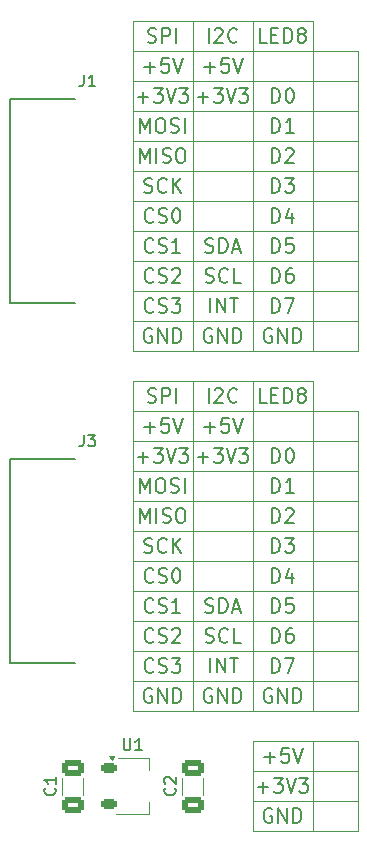
<source format=gbr>
%TF.GenerationSoftware,KiCad,Pcbnew,8.0.3-8.0.3-0~ubuntu22.04.1*%
%TF.CreationDate,2024-10-28T10:55:12+03:00*%
%TF.ProjectId,PM-Debug_v0.0.1,504d2d44-6562-4756-975f-76302e302e31,rev?*%
%TF.SameCoordinates,Original*%
%TF.FileFunction,Legend,Top*%
%TF.FilePolarity,Positive*%
%FSLAX46Y46*%
G04 Gerber Fmt 4.6, Leading zero omitted, Abs format (unit mm)*
G04 Created by KiCad (PCBNEW 8.0.3-8.0.3-0~ubuntu22.04.1) date 2024-10-28 10:55:12*
%MOMM*%
%LPD*%
G01*
G04 APERTURE LIST*
G04 Aperture macros list*
%AMRoundRect*
0 Rectangle with rounded corners*
0 $1 Rounding radius*
0 $2 $3 $4 $5 $6 $7 $8 $9 X,Y pos of 4 corners*
0 Add a 4 corners polygon primitive as box body*
4,1,4,$2,$3,$4,$5,$6,$7,$8,$9,$2,$3,0*
0 Add four circle primitives for the rounded corners*
1,1,$1+$1,$2,$3*
1,1,$1+$1,$4,$5*
1,1,$1+$1,$6,$7*
1,1,$1+$1,$8,$9*
0 Add four rect primitives between the rounded corners*
20,1,$1+$1,$2,$3,$4,$5,0*
20,1,$1+$1,$4,$5,$6,$7,0*
20,1,$1+$1,$6,$7,$8,$9,0*
20,1,$1+$1,$8,$9,$2,$3,0*%
%AMFreePoly0*
4,1,9,3.862500,-0.866500,0.737500,-0.866500,0.737500,-0.450000,-0.737500,-0.450000,-0.737500,0.450000,0.737500,0.450000,0.737500,0.866500,3.862500,0.866500,3.862500,-0.866500,3.862500,-0.866500,$1*%
G04 Aperture macros list end*
%ADD10C,0.100000*%
%ADD11C,0.200000*%
%ADD12C,0.150000*%
%ADD13C,0.120000*%
%ADD14C,0.152400*%
%ADD15RoundRect,0.225000X-0.425000X-0.225000X0.425000X-0.225000X0.425000X0.225000X-0.425000X0.225000X0*%
%ADD16FreePoly0,0.000000*%
%ADD17RoundRect,0.250000X0.650000X-0.412500X0.650000X0.412500X-0.650000X0.412500X-0.650000X-0.412500X0*%
%ADD18R,1.803400X0.635000*%
%ADD19R,2.997200X2.590800*%
%ADD20R,1.700000X1.700000*%
%ADD21O,1.700000X1.700000*%
G04 APERTURE END LIST*
D10*
X111760000Y-107950000D02*
X130810000Y-107950000D01*
X130810000Y-110490000D01*
X111760000Y-110490000D01*
X111760000Y-107950000D01*
X121920000Y-120650000D02*
X130870000Y-120650000D01*
X130870000Y-123190000D01*
X121920000Y-123190000D01*
X121920000Y-120650000D01*
X121920000Y-54610000D02*
X121920000Y-82550000D01*
X111760000Y-90170000D02*
X130810000Y-90170000D01*
X130810000Y-92710000D01*
X111760000Y-92710000D01*
X111760000Y-90170000D01*
X111760000Y-69850000D02*
X130810000Y-69850000D01*
X130810000Y-72390000D01*
X111760000Y-72390000D01*
X111760000Y-69850000D01*
X111760000Y-92710000D02*
X130810000Y-92710000D01*
X130810000Y-95250000D01*
X111760000Y-95250000D01*
X111760000Y-92710000D01*
X111760000Y-67310000D02*
X130810000Y-67310000D01*
X130810000Y-69850000D01*
X111760000Y-69850000D01*
X111760000Y-67310000D01*
X111760000Y-105410000D02*
X130810000Y-105410000D01*
X130810000Y-107950000D01*
X111760000Y-107950000D01*
X111760000Y-105410000D01*
X111760000Y-95250000D02*
X130810000Y-95250000D01*
X130810000Y-97790000D01*
X111760000Y-97790000D01*
X111760000Y-95250000D01*
X111760000Y-80010000D02*
X130810000Y-80010000D01*
X130810000Y-82550000D01*
X111760000Y-82550000D01*
X111760000Y-80010000D01*
X127000000Y-54610000D02*
X127000000Y-82550000D01*
X111760000Y-64770000D02*
X130810000Y-64770000D01*
X130810000Y-67310000D01*
X111760000Y-67310000D01*
X111760000Y-64770000D01*
X121920000Y-115570000D02*
X130870000Y-115570000D01*
X130870000Y-118110000D01*
X121920000Y-118110000D01*
X121920000Y-115570000D01*
X127060000Y-115570000D02*
X127060000Y-123190000D01*
X111760000Y-77470000D02*
X130810000Y-77470000D01*
X130810000Y-80010000D01*
X111760000Y-80010000D01*
X111760000Y-77470000D01*
X111760000Y-100330000D02*
X130810000Y-100330000D01*
X130810000Y-102870000D01*
X111760000Y-102870000D01*
X111760000Y-100330000D01*
X111760000Y-54610000D02*
X111760000Y-82550000D01*
X111760000Y-72390000D02*
X130810000Y-72390000D01*
X130810000Y-74930000D01*
X111760000Y-74930000D01*
X111760000Y-72390000D01*
X116840000Y-85090000D02*
X116840000Y-113030000D01*
X111760000Y-85090000D02*
X111760000Y-113030000D01*
X116840000Y-54610000D02*
X116840000Y-82550000D01*
X111760000Y-62230000D02*
X130810000Y-62230000D01*
X130810000Y-64770000D01*
X111760000Y-64770000D01*
X111760000Y-62230000D01*
X111760000Y-59690000D02*
X130810000Y-59690000D01*
X130810000Y-62230000D01*
X111760000Y-62230000D01*
X111760000Y-59690000D01*
X111760000Y-54610000D02*
X127000000Y-54610000D01*
X111760000Y-57150000D02*
X130810000Y-57150000D01*
X130810000Y-59690000D01*
X111760000Y-59690000D01*
X111760000Y-57150000D01*
X111760000Y-110490000D02*
X130810000Y-110490000D01*
X130810000Y-113030000D01*
X111760000Y-113030000D01*
X111760000Y-110490000D01*
X111760000Y-74930000D02*
X130810000Y-74930000D01*
X130810000Y-77470000D01*
X111760000Y-77470000D01*
X111760000Y-74930000D01*
X121920000Y-118110000D02*
X130870000Y-118110000D01*
X130870000Y-120650000D01*
X121920000Y-120650000D01*
X121920000Y-118110000D01*
X111760000Y-102870000D02*
X130810000Y-102870000D01*
X130810000Y-105410000D01*
X111760000Y-105410000D01*
X111760000Y-102870000D01*
X111760000Y-87630000D02*
X130810000Y-87630000D01*
X130810000Y-90170000D01*
X111760000Y-90170000D01*
X111760000Y-87630000D01*
X127000000Y-85090000D02*
X127000000Y-113030000D01*
X111760000Y-85090000D02*
X127000000Y-85090000D01*
X111760000Y-97790000D02*
X130810000Y-97790000D01*
X130810000Y-100330000D01*
X111760000Y-100330000D01*
X111760000Y-97790000D01*
X121920000Y-85090000D02*
X121920000Y-113030000D01*
D11*
X113528571Y-79170457D02*
X113471428Y-79227600D01*
X113471428Y-79227600D02*
X113300000Y-79284742D01*
X113300000Y-79284742D02*
X113185714Y-79284742D01*
X113185714Y-79284742D02*
X113014285Y-79227600D01*
X113014285Y-79227600D02*
X112900000Y-79113314D01*
X112900000Y-79113314D02*
X112842857Y-78999028D01*
X112842857Y-78999028D02*
X112785714Y-78770457D01*
X112785714Y-78770457D02*
X112785714Y-78599028D01*
X112785714Y-78599028D02*
X112842857Y-78370457D01*
X112842857Y-78370457D02*
X112900000Y-78256171D01*
X112900000Y-78256171D02*
X113014285Y-78141885D01*
X113014285Y-78141885D02*
X113185714Y-78084742D01*
X113185714Y-78084742D02*
X113300000Y-78084742D01*
X113300000Y-78084742D02*
X113471428Y-78141885D01*
X113471428Y-78141885D02*
X113528571Y-78199028D01*
X113985714Y-79227600D02*
X114157143Y-79284742D01*
X114157143Y-79284742D02*
X114442857Y-79284742D01*
X114442857Y-79284742D02*
X114557143Y-79227600D01*
X114557143Y-79227600D02*
X114614285Y-79170457D01*
X114614285Y-79170457D02*
X114671428Y-79056171D01*
X114671428Y-79056171D02*
X114671428Y-78941885D01*
X114671428Y-78941885D02*
X114614285Y-78827600D01*
X114614285Y-78827600D02*
X114557143Y-78770457D01*
X114557143Y-78770457D02*
X114442857Y-78713314D01*
X114442857Y-78713314D02*
X114214285Y-78656171D01*
X114214285Y-78656171D02*
X114100000Y-78599028D01*
X114100000Y-78599028D02*
X114042857Y-78541885D01*
X114042857Y-78541885D02*
X113985714Y-78427600D01*
X113985714Y-78427600D02*
X113985714Y-78313314D01*
X113985714Y-78313314D02*
X114042857Y-78199028D01*
X114042857Y-78199028D02*
X114100000Y-78141885D01*
X114100000Y-78141885D02*
X114214285Y-78084742D01*
X114214285Y-78084742D02*
X114500000Y-78084742D01*
X114500000Y-78084742D02*
X114671428Y-78141885D01*
X115071428Y-78084742D02*
X115814285Y-78084742D01*
X115814285Y-78084742D02*
X115414285Y-78541885D01*
X115414285Y-78541885D02*
X115585714Y-78541885D01*
X115585714Y-78541885D02*
X115700000Y-78599028D01*
X115700000Y-78599028D02*
X115757142Y-78656171D01*
X115757142Y-78656171D02*
X115814285Y-78770457D01*
X115814285Y-78770457D02*
X115814285Y-79056171D01*
X115814285Y-79056171D02*
X115757142Y-79170457D01*
X115757142Y-79170457D02*
X115700000Y-79227600D01*
X115700000Y-79227600D02*
X115585714Y-79284742D01*
X115585714Y-79284742D02*
X115242857Y-79284742D01*
X115242857Y-79284742D02*
X115128571Y-79227600D01*
X115128571Y-79227600D02*
X115071428Y-79170457D01*
X117265715Y-61047600D02*
X118180001Y-61047600D01*
X117722858Y-61504742D02*
X117722858Y-60590457D01*
X118637143Y-60304742D02*
X119380000Y-60304742D01*
X119380000Y-60304742D02*
X118980000Y-60761885D01*
X118980000Y-60761885D02*
X119151429Y-60761885D01*
X119151429Y-60761885D02*
X119265715Y-60819028D01*
X119265715Y-60819028D02*
X119322857Y-60876171D01*
X119322857Y-60876171D02*
X119380000Y-60990457D01*
X119380000Y-60990457D02*
X119380000Y-61276171D01*
X119380000Y-61276171D02*
X119322857Y-61390457D01*
X119322857Y-61390457D02*
X119265715Y-61447600D01*
X119265715Y-61447600D02*
X119151429Y-61504742D01*
X119151429Y-61504742D02*
X118808572Y-61504742D01*
X118808572Y-61504742D02*
X118694286Y-61447600D01*
X118694286Y-61447600D02*
X118637143Y-61390457D01*
X119722857Y-60304742D02*
X120122857Y-61504742D01*
X120122857Y-61504742D02*
X120522857Y-60304742D01*
X120808571Y-60304742D02*
X121551428Y-60304742D01*
X121551428Y-60304742D02*
X121151428Y-60761885D01*
X121151428Y-60761885D02*
X121322857Y-60761885D01*
X121322857Y-60761885D02*
X121437143Y-60819028D01*
X121437143Y-60819028D02*
X121494285Y-60876171D01*
X121494285Y-60876171D02*
X121551428Y-60990457D01*
X121551428Y-60990457D02*
X121551428Y-61276171D01*
X121551428Y-61276171D02*
X121494285Y-61390457D01*
X121494285Y-61390457D02*
X121437143Y-61447600D01*
X121437143Y-61447600D02*
X121322857Y-61504742D01*
X121322857Y-61504742D02*
X120980000Y-61504742D01*
X120980000Y-61504742D02*
X120865714Y-61447600D01*
X120865714Y-61447600D02*
X120808571Y-61390457D01*
X112414285Y-66584742D02*
X112414285Y-65384742D01*
X112414285Y-65384742D02*
X112814285Y-66241885D01*
X112814285Y-66241885D02*
X113214285Y-65384742D01*
X113214285Y-65384742D02*
X113214285Y-66584742D01*
X113785714Y-66584742D02*
X113785714Y-65384742D01*
X114300000Y-66527600D02*
X114471429Y-66584742D01*
X114471429Y-66584742D02*
X114757143Y-66584742D01*
X114757143Y-66584742D02*
X114871429Y-66527600D01*
X114871429Y-66527600D02*
X114928571Y-66470457D01*
X114928571Y-66470457D02*
X114985714Y-66356171D01*
X114985714Y-66356171D02*
X114985714Y-66241885D01*
X114985714Y-66241885D02*
X114928571Y-66127600D01*
X114928571Y-66127600D02*
X114871429Y-66070457D01*
X114871429Y-66070457D02*
X114757143Y-66013314D01*
X114757143Y-66013314D02*
X114528571Y-65956171D01*
X114528571Y-65956171D02*
X114414286Y-65899028D01*
X114414286Y-65899028D02*
X114357143Y-65841885D01*
X114357143Y-65841885D02*
X114300000Y-65727600D01*
X114300000Y-65727600D02*
X114300000Y-65613314D01*
X114300000Y-65613314D02*
X114357143Y-65499028D01*
X114357143Y-65499028D02*
X114414286Y-65441885D01*
X114414286Y-65441885D02*
X114528571Y-65384742D01*
X114528571Y-65384742D02*
X114814286Y-65384742D01*
X114814286Y-65384742D02*
X114985714Y-65441885D01*
X115728571Y-65384742D02*
X115957143Y-65384742D01*
X115957143Y-65384742D02*
X116071428Y-65441885D01*
X116071428Y-65441885D02*
X116185714Y-65556171D01*
X116185714Y-65556171D02*
X116242857Y-65784742D01*
X116242857Y-65784742D02*
X116242857Y-66184742D01*
X116242857Y-66184742D02*
X116185714Y-66413314D01*
X116185714Y-66413314D02*
X116071428Y-66527600D01*
X116071428Y-66527600D02*
X115957143Y-66584742D01*
X115957143Y-66584742D02*
X115728571Y-66584742D01*
X115728571Y-66584742D02*
X115614286Y-66527600D01*
X115614286Y-66527600D02*
X115500000Y-66413314D01*
X115500000Y-66413314D02*
X115442857Y-66184742D01*
X115442857Y-66184742D02*
X115442857Y-65784742D01*
X115442857Y-65784742D02*
X115500000Y-65556171D01*
X115500000Y-65556171D02*
X115614286Y-65441885D01*
X115614286Y-65441885D02*
X115728571Y-65384742D01*
X113528571Y-104570457D02*
X113471428Y-104627600D01*
X113471428Y-104627600D02*
X113300000Y-104684742D01*
X113300000Y-104684742D02*
X113185714Y-104684742D01*
X113185714Y-104684742D02*
X113014285Y-104627600D01*
X113014285Y-104627600D02*
X112900000Y-104513314D01*
X112900000Y-104513314D02*
X112842857Y-104399028D01*
X112842857Y-104399028D02*
X112785714Y-104170457D01*
X112785714Y-104170457D02*
X112785714Y-103999028D01*
X112785714Y-103999028D02*
X112842857Y-103770457D01*
X112842857Y-103770457D02*
X112900000Y-103656171D01*
X112900000Y-103656171D02*
X113014285Y-103541885D01*
X113014285Y-103541885D02*
X113185714Y-103484742D01*
X113185714Y-103484742D02*
X113300000Y-103484742D01*
X113300000Y-103484742D02*
X113471428Y-103541885D01*
X113471428Y-103541885D02*
X113528571Y-103599028D01*
X113985714Y-104627600D02*
X114157143Y-104684742D01*
X114157143Y-104684742D02*
X114442857Y-104684742D01*
X114442857Y-104684742D02*
X114557143Y-104627600D01*
X114557143Y-104627600D02*
X114614285Y-104570457D01*
X114614285Y-104570457D02*
X114671428Y-104456171D01*
X114671428Y-104456171D02*
X114671428Y-104341885D01*
X114671428Y-104341885D02*
X114614285Y-104227600D01*
X114614285Y-104227600D02*
X114557143Y-104170457D01*
X114557143Y-104170457D02*
X114442857Y-104113314D01*
X114442857Y-104113314D02*
X114214285Y-104056171D01*
X114214285Y-104056171D02*
X114100000Y-103999028D01*
X114100000Y-103999028D02*
X114042857Y-103941885D01*
X114042857Y-103941885D02*
X113985714Y-103827600D01*
X113985714Y-103827600D02*
X113985714Y-103713314D01*
X113985714Y-103713314D02*
X114042857Y-103599028D01*
X114042857Y-103599028D02*
X114100000Y-103541885D01*
X114100000Y-103541885D02*
X114214285Y-103484742D01*
X114214285Y-103484742D02*
X114500000Y-103484742D01*
X114500000Y-103484742D02*
X114671428Y-103541885D01*
X115814285Y-104684742D02*
X115128571Y-104684742D01*
X115471428Y-104684742D02*
X115471428Y-103484742D01*
X115471428Y-103484742D02*
X115357142Y-103656171D01*
X115357142Y-103656171D02*
X115242857Y-103770457D01*
X115242857Y-103770457D02*
X115128571Y-103827600D01*
X112414285Y-97064742D02*
X112414285Y-95864742D01*
X112414285Y-95864742D02*
X112814285Y-96721885D01*
X112814285Y-96721885D02*
X113214285Y-95864742D01*
X113214285Y-95864742D02*
X113214285Y-97064742D01*
X113785714Y-97064742D02*
X113785714Y-95864742D01*
X114300000Y-97007600D02*
X114471429Y-97064742D01*
X114471429Y-97064742D02*
X114757143Y-97064742D01*
X114757143Y-97064742D02*
X114871429Y-97007600D01*
X114871429Y-97007600D02*
X114928571Y-96950457D01*
X114928571Y-96950457D02*
X114985714Y-96836171D01*
X114985714Y-96836171D02*
X114985714Y-96721885D01*
X114985714Y-96721885D02*
X114928571Y-96607600D01*
X114928571Y-96607600D02*
X114871429Y-96550457D01*
X114871429Y-96550457D02*
X114757143Y-96493314D01*
X114757143Y-96493314D02*
X114528571Y-96436171D01*
X114528571Y-96436171D02*
X114414286Y-96379028D01*
X114414286Y-96379028D02*
X114357143Y-96321885D01*
X114357143Y-96321885D02*
X114300000Y-96207600D01*
X114300000Y-96207600D02*
X114300000Y-96093314D01*
X114300000Y-96093314D02*
X114357143Y-95979028D01*
X114357143Y-95979028D02*
X114414286Y-95921885D01*
X114414286Y-95921885D02*
X114528571Y-95864742D01*
X114528571Y-95864742D02*
X114814286Y-95864742D01*
X114814286Y-95864742D02*
X114985714Y-95921885D01*
X115728571Y-95864742D02*
X115957143Y-95864742D01*
X115957143Y-95864742D02*
X116071428Y-95921885D01*
X116071428Y-95921885D02*
X116185714Y-96036171D01*
X116185714Y-96036171D02*
X116242857Y-96264742D01*
X116242857Y-96264742D02*
X116242857Y-96664742D01*
X116242857Y-96664742D02*
X116185714Y-96893314D01*
X116185714Y-96893314D02*
X116071428Y-97007600D01*
X116071428Y-97007600D02*
X115957143Y-97064742D01*
X115957143Y-97064742D02*
X115728571Y-97064742D01*
X115728571Y-97064742D02*
X115614286Y-97007600D01*
X115614286Y-97007600D02*
X115500000Y-96893314D01*
X115500000Y-96893314D02*
X115442857Y-96664742D01*
X115442857Y-96664742D02*
X115442857Y-96264742D01*
X115442857Y-96264742D02*
X115500000Y-96036171D01*
X115500000Y-96036171D02*
X115614286Y-95921885D01*
X115614286Y-95921885D02*
X115728571Y-95864742D01*
X113071428Y-56367600D02*
X113242857Y-56424742D01*
X113242857Y-56424742D02*
X113528571Y-56424742D01*
X113528571Y-56424742D02*
X113642857Y-56367600D01*
X113642857Y-56367600D02*
X113699999Y-56310457D01*
X113699999Y-56310457D02*
X113757142Y-56196171D01*
X113757142Y-56196171D02*
X113757142Y-56081885D01*
X113757142Y-56081885D02*
X113699999Y-55967600D01*
X113699999Y-55967600D02*
X113642857Y-55910457D01*
X113642857Y-55910457D02*
X113528571Y-55853314D01*
X113528571Y-55853314D02*
X113299999Y-55796171D01*
X113299999Y-55796171D02*
X113185714Y-55739028D01*
X113185714Y-55739028D02*
X113128571Y-55681885D01*
X113128571Y-55681885D02*
X113071428Y-55567600D01*
X113071428Y-55567600D02*
X113071428Y-55453314D01*
X113071428Y-55453314D02*
X113128571Y-55339028D01*
X113128571Y-55339028D02*
X113185714Y-55281885D01*
X113185714Y-55281885D02*
X113299999Y-55224742D01*
X113299999Y-55224742D02*
X113585714Y-55224742D01*
X113585714Y-55224742D02*
X113757142Y-55281885D01*
X114271428Y-56424742D02*
X114271428Y-55224742D01*
X114271428Y-55224742D02*
X114728571Y-55224742D01*
X114728571Y-55224742D02*
X114842856Y-55281885D01*
X114842856Y-55281885D02*
X114899999Y-55339028D01*
X114899999Y-55339028D02*
X114957142Y-55453314D01*
X114957142Y-55453314D02*
X114957142Y-55624742D01*
X114957142Y-55624742D02*
X114899999Y-55739028D01*
X114899999Y-55739028D02*
X114842856Y-55796171D01*
X114842856Y-55796171D02*
X114728571Y-55853314D01*
X114728571Y-55853314D02*
X114271428Y-55853314D01*
X115471428Y-56424742D02*
X115471428Y-55224742D01*
X117922857Y-74147600D02*
X118094286Y-74204742D01*
X118094286Y-74204742D02*
X118380000Y-74204742D01*
X118380000Y-74204742D02*
X118494286Y-74147600D01*
X118494286Y-74147600D02*
X118551428Y-74090457D01*
X118551428Y-74090457D02*
X118608571Y-73976171D01*
X118608571Y-73976171D02*
X118608571Y-73861885D01*
X118608571Y-73861885D02*
X118551428Y-73747600D01*
X118551428Y-73747600D02*
X118494286Y-73690457D01*
X118494286Y-73690457D02*
X118380000Y-73633314D01*
X118380000Y-73633314D02*
X118151428Y-73576171D01*
X118151428Y-73576171D02*
X118037143Y-73519028D01*
X118037143Y-73519028D02*
X117980000Y-73461885D01*
X117980000Y-73461885D02*
X117922857Y-73347600D01*
X117922857Y-73347600D02*
X117922857Y-73233314D01*
X117922857Y-73233314D02*
X117980000Y-73119028D01*
X117980000Y-73119028D02*
X118037143Y-73061885D01*
X118037143Y-73061885D02*
X118151428Y-73004742D01*
X118151428Y-73004742D02*
X118437143Y-73004742D01*
X118437143Y-73004742D02*
X118608571Y-73061885D01*
X119122857Y-74204742D02*
X119122857Y-73004742D01*
X119122857Y-73004742D02*
X119408571Y-73004742D01*
X119408571Y-73004742D02*
X119580000Y-73061885D01*
X119580000Y-73061885D02*
X119694285Y-73176171D01*
X119694285Y-73176171D02*
X119751428Y-73290457D01*
X119751428Y-73290457D02*
X119808571Y-73519028D01*
X119808571Y-73519028D02*
X119808571Y-73690457D01*
X119808571Y-73690457D02*
X119751428Y-73919028D01*
X119751428Y-73919028D02*
X119694285Y-74033314D01*
X119694285Y-74033314D02*
X119580000Y-74147600D01*
X119580000Y-74147600D02*
X119408571Y-74204742D01*
X119408571Y-74204742D02*
X119122857Y-74204742D01*
X120265714Y-73861885D02*
X120837143Y-73861885D01*
X120151428Y-74204742D02*
X120551428Y-73004742D01*
X120551428Y-73004742D02*
X120951428Y-74204742D01*
X123545714Y-121321885D02*
X123431429Y-121264742D01*
X123431429Y-121264742D02*
X123260000Y-121264742D01*
X123260000Y-121264742D02*
X123088571Y-121321885D01*
X123088571Y-121321885D02*
X122974286Y-121436171D01*
X122974286Y-121436171D02*
X122917143Y-121550457D01*
X122917143Y-121550457D02*
X122860000Y-121779028D01*
X122860000Y-121779028D02*
X122860000Y-121950457D01*
X122860000Y-121950457D02*
X122917143Y-122179028D01*
X122917143Y-122179028D02*
X122974286Y-122293314D01*
X122974286Y-122293314D02*
X123088571Y-122407600D01*
X123088571Y-122407600D02*
X123260000Y-122464742D01*
X123260000Y-122464742D02*
X123374286Y-122464742D01*
X123374286Y-122464742D02*
X123545714Y-122407600D01*
X123545714Y-122407600D02*
X123602857Y-122350457D01*
X123602857Y-122350457D02*
X123602857Y-121950457D01*
X123602857Y-121950457D02*
X123374286Y-121950457D01*
X124117143Y-122464742D02*
X124117143Y-121264742D01*
X124117143Y-121264742D02*
X124802857Y-122464742D01*
X124802857Y-122464742D02*
X124802857Y-121264742D01*
X125374286Y-122464742D02*
X125374286Y-121264742D01*
X125374286Y-121264742D02*
X125660000Y-121264742D01*
X125660000Y-121264742D02*
X125831429Y-121321885D01*
X125831429Y-121321885D02*
X125945714Y-121436171D01*
X125945714Y-121436171D02*
X126002857Y-121550457D01*
X126002857Y-121550457D02*
X126060000Y-121779028D01*
X126060000Y-121779028D02*
X126060000Y-121950457D01*
X126060000Y-121950457D02*
X126002857Y-122179028D01*
X126002857Y-122179028D02*
X125945714Y-122293314D01*
X125945714Y-122293314D02*
X125831429Y-122407600D01*
X125831429Y-122407600D02*
X125660000Y-122464742D01*
X125660000Y-122464742D02*
X125374286Y-122464742D01*
X112185715Y-91527600D02*
X113100001Y-91527600D01*
X112642858Y-91984742D02*
X112642858Y-91070457D01*
X113557143Y-90784742D02*
X114300000Y-90784742D01*
X114300000Y-90784742D02*
X113900000Y-91241885D01*
X113900000Y-91241885D02*
X114071429Y-91241885D01*
X114071429Y-91241885D02*
X114185715Y-91299028D01*
X114185715Y-91299028D02*
X114242857Y-91356171D01*
X114242857Y-91356171D02*
X114300000Y-91470457D01*
X114300000Y-91470457D02*
X114300000Y-91756171D01*
X114300000Y-91756171D02*
X114242857Y-91870457D01*
X114242857Y-91870457D02*
X114185715Y-91927600D01*
X114185715Y-91927600D02*
X114071429Y-91984742D01*
X114071429Y-91984742D02*
X113728572Y-91984742D01*
X113728572Y-91984742D02*
X113614286Y-91927600D01*
X113614286Y-91927600D02*
X113557143Y-91870457D01*
X114642857Y-90784742D02*
X115042857Y-91984742D01*
X115042857Y-91984742D02*
X115442857Y-90784742D01*
X115728571Y-90784742D02*
X116471428Y-90784742D01*
X116471428Y-90784742D02*
X116071428Y-91241885D01*
X116071428Y-91241885D02*
X116242857Y-91241885D01*
X116242857Y-91241885D02*
X116357143Y-91299028D01*
X116357143Y-91299028D02*
X116414285Y-91356171D01*
X116414285Y-91356171D02*
X116471428Y-91470457D01*
X116471428Y-91470457D02*
X116471428Y-91756171D01*
X116471428Y-91756171D02*
X116414285Y-91870457D01*
X116414285Y-91870457D02*
X116357143Y-91927600D01*
X116357143Y-91927600D02*
X116242857Y-91984742D01*
X116242857Y-91984742D02*
X115900000Y-91984742D01*
X115900000Y-91984742D02*
X115785714Y-91927600D01*
X115785714Y-91927600D02*
X115728571Y-91870457D01*
X123574286Y-91984742D02*
X123574286Y-90784742D01*
X123574286Y-90784742D02*
X123860000Y-90784742D01*
X123860000Y-90784742D02*
X124031429Y-90841885D01*
X124031429Y-90841885D02*
X124145714Y-90956171D01*
X124145714Y-90956171D02*
X124202857Y-91070457D01*
X124202857Y-91070457D02*
X124260000Y-91299028D01*
X124260000Y-91299028D02*
X124260000Y-91470457D01*
X124260000Y-91470457D02*
X124202857Y-91699028D01*
X124202857Y-91699028D02*
X124145714Y-91813314D01*
X124145714Y-91813314D02*
X124031429Y-91927600D01*
X124031429Y-91927600D02*
X123860000Y-91984742D01*
X123860000Y-91984742D02*
X123574286Y-91984742D01*
X125002857Y-90784742D02*
X125117143Y-90784742D01*
X125117143Y-90784742D02*
X125231429Y-90841885D01*
X125231429Y-90841885D02*
X125288572Y-90899028D01*
X125288572Y-90899028D02*
X125345714Y-91013314D01*
X125345714Y-91013314D02*
X125402857Y-91241885D01*
X125402857Y-91241885D02*
X125402857Y-91527600D01*
X125402857Y-91527600D02*
X125345714Y-91756171D01*
X125345714Y-91756171D02*
X125288572Y-91870457D01*
X125288572Y-91870457D02*
X125231429Y-91927600D01*
X125231429Y-91927600D02*
X125117143Y-91984742D01*
X125117143Y-91984742D02*
X125002857Y-91984742D01*
X125002857Y-91984742D02*
X124888572Y-91927600D01*
X124888572Y-91927600D02*
X124831429Y-91870457D01*
X124831429Y-91870457D02*
X124774286Y-91756171D01*
X124774286Y-91756171D02*
X124717143Y-91527600D01*
X124717143Y-91527600D02*
X124717143Y-91241885D01*
X124717143Y-91241885D02*
X124774286Y-91013314D01*
X124774286Y-91013314D02*
X124831429Y-90899028D01*
X124831429Y-90899028D02*
X124888572Y-90841885D01*
X124888572Y-90841885D02*
X125002857Y-90784742D01*
X123574286Y-71664742D02*
X123574286Y-70464742D01*
X123574286Y-70464742D02*
X123860000Y-70464742D01*
X123860000Y-70464742D02*
X124031429Y-70521885D01*
X124031429Y-70521885D02*
X124145714Y-70636171D01*
X124145714Y-70636171D02*
X124202857Y-70750457D01*
X124202857Y-70750457D02*
X124260000Y-70979028D01*
X124260000Y-70979028D02*
X124260000Y-71150457D01*
X124260000Y-71150457D02*
X124202857Y-71379028D01*
X124202857Y-71379028D02*
X124145714Y-71493314D01*
X124145714Y-71493314D02*
X124031429Y-71607600D01*
X124031429Y-71607600D02*
X123860000Y-71664742D01*
X123860000Y-71664742D02*
X123574286Y-71664742D01*
X125288572Y-70864742D02*
X125288572Y-71664742D01*
X125002857Y-70407600D02*
X124717143Y-71264742D01*
X124717143Y-71264742D02*
X125460000Y-71264742D01*
X123545714Y-80681885D02*
X123431429Y-80624742D01*
X123431429Y-80624742D02*
X123260000Y-80624742D01*
X123260000Y-80624742D02*
X123088571Y-80681885D01*
X123088571Y-80681885D02*
X122974286Y-80796171D01*
X122974286Y-80796171D02*
X122917143Y-80910457D01*
X122917143Y-80910457D02*
X122860000Y-81139028D01*
X122860000Y-81139028D02*
X122860000Y-81310457D01*
X122860000Y-81310457D02*
X122917143Y-81539028D01*
X122917143Y-81539028D02*
X122974286Y-81653314D01*
X122974286Y-81653314D02*
X123088571Y-81767600D01*
X123088571Y-81767600D02*
X123260000Y-81824742D01*
X123260000Y-81824742D02*
X123374286Y-81824742D01*
X123374286Y-81824742D02*
X123545714Y-81767600D01*
X123545714Y-81767600D02*
X123602857Y-81710457D01*
X123602857Y-81710457D02*
X123602857Y-81310457D01*
X123602857Y-81310457D02*
X123374286Y-81310457D01*
X124117143Y-81824742D02*
X124117143Y-80624742D01*
X124117143Y-80624742D02*
X124802857Y-81824742D01*
X124802857Y-81824742D02*
X124802857Y-80624742D01*
X125374286Y-81824742D02*
X125374286Y-80624742D01*
X125374286Y-80624742D02*
X125660000Y-80624742D01*
X125660000Y-80624742D02*
X125831429Y-80681885D01*
X125831429Y-80681885D02*
X125945714Y-80796171D01*
X125945714Y-80796171D02*
X126002857Y-80910457D01*
X126002857Y-80910457D02*
X126060000Y-81139028D01*
X126060000Y-81139028D02*
X126060000Y-81310457D01*
X126060000Y-81310457D02*
X126002857Y-81539028D01*
X126002857Y-81539028D02*
X125945714Y-81653314D01*
X125945714Y-81653314D02*
X125831429Y-81767600D01*
X125831429Y-81767600D02*
X125660000Y-81824742D01*
X125660000Y-81824742D02*
X125374286Y-81824742D01*
X122917143Y-116927600D02*
X123831429Y-116927600D01*
X123374286Y-117384742D02*
X123374286Y-116470457D01*
X124974285Y-116184742D02*
X124402857Y-116184742D01*
X124402857Y-116184742D02*
X124345714Y-116756171D01*
X124345714Y-116756171D02*
X124402857Y-116699028D01*
X124402857Y-116699028D02*
X124517143Y-116641885D01*
X124517143Y-116641885D02*
X124802857Y-116641885D01*
X124802857Y-116641885D02*
X124917143Y-116699028D01*
X124917143Y-116699028D02*
X124974285Y-116756171D01*
X124974285Y-116756171D02*
X125031428Y-116870457D01*
X125031428Y-116870457D02*
X125031428Y-117156171D01*
X125031428Y-117156171D02*
X124974285Y-117270457D01*
X124974285Y-117270457D02*
X124917143Y-117327600D01*
X124917143Y-117327600D02*
X124802857Y-117384742D01*
X124802857Y-117384742D02*
X124517143Y-117384742D01*
X124517143Y-117384742D02*
X124402857Y-117327600D01*
X124402857Y-117327600D02*
X124345714Y-117270457D01*
X125374285Y-116184742D02*
X125774285Y-117384742D01*
X125774285Y-117384742D02*
X126174285Y-116184742D01*
X123574286Y-66584742D02*
X123574286Y-65384742D01*
X123574286Y-65384742D02*
X123860000Y-65384742D01*
X123860000Y-65384742D02*
X124031429Y-65441885D01*
X124031429Y-65441885D02*
X124145714Y-65556171D01*
X124145714Y-65556171D02*
X124202857Y-65670457D01*
X124202857Y-65670457D02*
X124260000Y-65899028D01*
X124260000Y-65899028D02*
X124260000Y-66070457D01*
X124260000Y-66070457D02*
X124202857Y-66299028D01*
X124202857Y-66299028D02*
X124145714Y-66413314D01*
X124145714Y-66413314D02*
X124031429Y-66527600D01*
X124031429Y-66527600D02*
X123860000Y-66584742D01*
X123860000Y-66584742D02*
X123574286Y-66584742D01*
X124717143Y-65499028D02*
X124774286Y-65441885D01*
X124774286Y-65441885D02*
X124888572Y-65384742D01*
X124888572Y-65384742D02*
X125174286Y-65384742D01*
X125174286Y-65384742D02*
X125288572Y-65441885D01*
X125288572Y-65441885D02*
X125345714Y-65499028D01*
X125345714Y-65499028D02*
X125402857Y-65613314D01*
X125402857Y-65613314D02*
X125402857Y-65727600D01*
X125402857Y-65727600D02*
X125345714Y-65899028D01*
X125345714Y-65899028D02*
X124660000Y-66584742D01*
X124660000Y-66584742D02*
X125402857Y-66584742D01*
X117837143Y-58507600D02*
X118751429Y-58507600D01*
X118294286Y-58964742D02*
X118294286Y-58050457D01*
X119894285Y-57764742D02*
X119322857Y-57764742D01*
X119322857Y-57764742D02*
X119265714Y-58336171D01*
X119265714Y-58336171D02*
X119322857Y-58279028D01*
X119322857Y-58279028D02*
X119437143Y-58221885D01*
X119437143Y-58221885D02*
X119722857Y-58221885D01*
X119722857Y-58221885D02*
X119837143Y-58279028D01*
X119837143Y-58279028D02*
X119894285Y-58336171D01*
X119894285Y-58336171D02*
X119951428Y-58450457D01*
X119951428Y-58450457D02*
X119951428Y-58736171D01*
X119951428Y-58736171D02*
X119894285Y-58850457D01*
X119894285Y-58850457D02*
X119837143Y-58907600D01*
X119837143Y-58907600D02*
X119722857Y-58964742D01*
X119722857Y-58964742D02*
X119437143Y-58964742D01*
X119437143Y-58964742D02*
X119322857Y-58907600D01*
X119322857Y-58907600D02*
X119265714Y-58850457D01*
X120294285Y-57764742D02*
X120694285Y-58964742D01*
X120694285Y-58964742D02*
X121094285Y-57764742D01*
X113528571Y-107110457D02*
X113471428Y-107167600D01*
X113471428Y-107167600D02*
X113300000Y-107224742D01*
X113300000Y-107224742D02*
X113185714Y-107224742D01*
X113185714Y-107224742D02*
X113014285Y-107167600D01*
X113014285Y-107167600D02*
X112900000Y-107053314D01*
X112900000Y-107053314D02*
X112842857Y-106939028D01*
X112842857Y-106939028D02*
X112785714Y-106710457D01*
X112785714Y-106710457D02*
X112785714Y-106539028D01*
X112785714Y-106539028D02*
X112842857Y-106310457D01*
X112842857Y-106310457D02*
X112900000Y-106196171D01*
X112900000Y-106196171D02*
X113014285Y-106081885D01*
X113014285Y-106081885D02*
X113185714Y-106024742D01*
X113185714Y-106024742D02*
X113300000Y-106024742D01*
X113300000Y-106024742D02*
X113471428Y-106081885D01*
X113471428Y-106081885D02*
X113528571Y-106139028D01*
X113985714Y-107167600D02*
X114157143Y-107224742D01*
X114157143Y-107224742D02*
X114442857Y-107224742D01*
X114442857Y-107224742D02*
X114557143Y-107167600D01*
X114557143Y-107167600D02*
X114614285Y-107110457D01*
X114614285Y-107110457D02*
X114671428Y-106996171D01*
X114671428Y-106996171D02*
X114671428Y-106881885D01*
X114671428Y-106881885D02*
X114614285Y-106767600D01*
X114614285Y-106767600D02*
X114557143Y-106710457D01*
X114557143Y-106710457D02*
X114442857Y-106653314D01*
X114442857Y-106653314D02*
X114214285Y-106596171D01*
X114214285Y-106596171D02*
X114100000Y-106539028D01*
X114100000Y-106539028D02*
X114042857Y-106481885D01*
X114042857Y-106481885D02*
X113985714Y-106367600D01*
X113985714Y-106367600D02*
X113985714Y-106253314D01*
X113985714Y-106253314D02*
X114042857Y-106139028D01*
X114042857Y-106139028D02*
X114100000Y-106081885D01*
X114100000Y-106081885D02*
X114214285Y-106024742D01*
X114214285Y-106024742D02*
X114500000Y-106024742D01*
X114500000Y-106024742D02*
X114671428Y-106081885D01*
X115128571Y-106139028D02*
X115185714Y-106081885D01*
X115185714Y-106081885D02*
X115300000Y-106024742D01*
X115300000Y-106024742D02*
X115585714Y-106024742D01*
X115585714Y-106024742D02*
X115700000Y-106081885D01*
X115700000Y-106081885D02*
X115757142Y-106139028D01*
X115757142Y-106139028D02*
X115814285Y-106253314D01*
X115814285Y-106253314D02*
X115814285Y-106367600D01*
X115814285Y-106367600D02*
X115757142Y-106539028D01*
X115757142Y-106539028D02*
X115071428Y-107224742D01*
X115071428Y-107224742D02*
X115814285Y-107224742D01*
X118351584Y-109706007D02*
X118351584Y-108506007D01*
X118923013Y-109706007D02*
X118923013Y-108506007D01*
X118923013Y-108506007D02*
X119608727Y-109706007D01*
X119608727Y-109706007D02*
X119608727Y-108506007D01*
X120008727Y-108506007D02*
X120694442Y-108506007D01*
X120351584Y-109706007D02*
X120351584Y-108506007D01*
X113528571Y-74090457D02*
X113471428Y-74147600D01*
X113471428Y-74147600D02*
X113300000Y-74204742D01*
X113300000Y-74204742D02*
X113185714Y-74204742D01*
X113185714Y-74204742D02*
X113014285Y-74147600D01*
X113014285Y-74147600D02*
X112900000Y-74033314D01*
X112900000Y-74033314D02*
X112842857Y-73919028D01*
X112842857Y-73919028D02*
X112785714Y-73690457D01*
X112785714Y-73690457D02*
X112785714Y-73519028D01*
X112785714Y-73519028D02*
X112842857Y-73290457D01*
X112842857Y-73290457D02*
X112900000Y-73176171D01*
X112900000Y-73176171D02*
X113014285Y-73061885D01*
X113014285Y-73061885D02*
X113185714Y-73004742D01*
X113185714Y-73004742D02*
X113300000Y-73004742D01*
X113300000Y-73004742D02*
X113471428Y-73061885D01*
X113471428Y-73061885D02*
X113528571Y-73119028D01*
X113985714Y-74147600D02*
X114157143Y-74204742D01*
X114157143Y-74204742D02*
X114442857Y-74204742D01*
X114442857Y-74204742D02*
X114557143Y-74147600D01*
X114557143Y-74147600D02*
X114614285Y-74090457D01*
X114614285Y-74090457D02*
X114671428Y-73976171D01*
X114671428Y-73976171D02*
X114671428Y-73861885D01*
X114671428Y-73861885D02*
X114614285Y-73747600D01*
X114614285Y-73747600D02*
X114557143Y-73690457D01*
X114557143Y-73690457D02*
X114442857Y-73633314D01*
X114442857Y-73633314D02*
X114214285Y-73576171D01*
X114214285Y-73576171D02*
X114100000Y-73519028D01*
X114100000Y-73519028D02*
X114042857Y-73461885D01*
X114042857Y-73461885D02*
X113985714Y-73347600D01*
X113985714Y-73347600D02*
X113985714Y-73233314D01*
X113985714Y-73233314D02*
X114042857Y-73119028D01*
X114042857Y-73119028D02*
X114100000Y-73061885D01*
X114100000Y-73061885D02*
X114214285Y-73004742D01*
X114214285Y-73004742D02*
X114500000Y-73004742D01*
X114500000Y-73004742D02*
X114671428Y-73061885D01*
X115814285Y-74204742D02*
X115128571Y-74204742D01*
X115471428Y-74204742D02*
X115471428Y-73004742D01*
X115471428Y-73004742D02*
X115357142Y-73176171D01*
X115357142Y-73176171D02*
X115242857Y-73290457D01*
X115242857Y-73290457D02*
X115128571Y-73347600D01*
X118351584Y-79226007D02*
X118351584Y-78026007D01*
X118923013Y-79226007D02*
X118923013Y-78026007D01*
X118923013Y-78026007D02*
X119608727Y-79226007D01*
X119608727Y-79226007D02*
X119608727Y-78026007D01*
X120008727Y-78026007D02*
X120694442Y-78026007D01*
X120351584Y-79226007D02*
X120351584Y-78026007D01*
X123117142Y-56424742D02*
X122545714Y-56424742D01*
X122545714Y-56424742D02*
X122545714Y-55224742D01*
X123517143Y-55796171D02*
X123917143Y-55796171D01*
X124088571Y-56424742D02*
X123517143Y-56424742D01*
X123517143Y-56424742D02*
X123517143Y-55224742D01*
X123517143Y-55224742D02*
X124088571Y-55224742D01*
X124602857Y-56424742D02*
X124602857Y-55224742D01*
X124602857Y-55224742D02*
X124888571Y-55224742D01*
X124888571Y-55224742D02*
X125060000Y-55281885D01*
X125060000Y-55281885D02*
X125174285Y-55396171D01*
X125174285Y-55396171D02*
X125231428Y-55510457D01*
X125231428Y-55510457D02*
X125288571Y-55739028D01*
X125288571Y-55739028D02*
X125288571Y-55910457D01*
X125288571Y-55910457D02*
X125231428Y-56139028D01*
X125231428Y-56139028D02*
X125174285Y-56253314D01*
X125174285Y-56253314D02*
X125060000Y-56367600D01*
X125060000Y-56367600D02*
X124888571Y-56424742D01*
X124888571Y-56424742D02*
X124602857Y-56424742D01*
X125974285Y-55739028D02*
X125860000Y-55681885D01*
X125860000Y-55681885D02*
X125802857Y-55624742D01*
X125802857Y-55624742D02*
X125745714Y-55510457D01*
X125745714Y-55510457D02*
X125745714Y-55453314D01*
X125745714Y-55453314D02*
X125802857Y-55339028D01*
X125802857Y-55339028D02*
X125860000Y-55281885D01*
X125860000Y-55281885D02*
X125974285Y-55224742D01*
X125974285Y-55224742D02*
X126202857Y-55224742D01*
X126202857Y-55224742D02*
X126317143Y-55281885D01*
X126317143Y-55281885D02*
X126374285Y-55339028D01*
X126374285Y-55339028D02*
X126431428Y-55453314D01*
X126431428Y-55453314D02*
X126431428Y-55510457D01*
X126431428Y-55510457D02*
X126374285Y-55624742D01*
X126374285Y-55624742D02*
X126317143Y-55681885D01*
X126317143Y-55681885D02*
X126202857Y-55739028D01*
X126202857Y-55739028D02*
X125974285Y-55739028D01*
X125974285Y-55739028D02*
X125860000Y-55796171D01*
X125860000Y-55796171D02*
X125802857Y-55853314D01*
X125802857Y-55853314D02*
X125745714Y-55967600D01*
X125745714Y-55967600D02*
X125745714Y-56196171D01*
X125745714Y-56196171D02*
X125802857Y-56310457D01*
X125802857Y-56310457D02*
X125860000Y-56367600D01*
X125860000Y-56367600D02*
X125974285Y-56424742D01*
X125974285Y-56424742D02*
X126202857Y-56424742D01*
X126202857Y-56424742D02*
X126317143Y-56367600D01*
X126317143Y-56367600D02*
X126374285Y-56310457D01*
X126374285Y-56310457D02*
X126431428Y-56196171D01*
X126431428Y-56196171D02*
X126431428Y-55967600D01*
X126431428Y-55967600D02*
X126374285Y-55853314D01*
X126374285Y-55853314D02*
X126317143Y-55796171D01*
X126317143Y-55796171D02*
X126202857Y-55739028D01*
X112757143Y-88987600D02*
X113671429Y-88987600D01*
X113214286Y-89444742D02*
X113214286Y-88530457D01*
X114814285Y-88244742D02*
X114242857Y-88244742D01*
X114242857Y-88244742D02*
X114185714Y-88816171D01*
X114185714Y-88816171D02*
X114242857Y-88759028D01*
X114242857Y-88759028D02*
X114357143Y-88701885D01*
X114357143Y-88701885D02*
X114642857Y-88701885D01*
X114642857Y-88701885D02*
X114757143Y-88759028D01*
X114757143Y-88759028D02*
X114814285Y-88816171D01*
X114814285Y-88816171D02*
X114871428Y-88930457D01*
X114871428Y-88930457D02*
X114871428Y-89216171D01*
X114871428Y-89216171D02*
X114814285Y-89330457D01*
X114814285Y-89330457D02*
X114757143Y-89387600D01*
X114757143Y-89387600D02*
X114642857Y-89444742D01*
X114642857Y-89444742D02*
X114357143Y-89444742D01*
X114357143Y-89444742D02*
X114242857Y-89387600D01*
X114242857Y-89387600D02*
X114185714Y-89330457D01*
X115214285Y-88244742D02*
X115614285Y-89444742D01*
X115614285Y-89444742D02*
X116014285Y-88244742D01*
X113528571Y-71550457D02*
X113471428Y-71607600D01*
X113471428Y-71607600D02*
X113300000Y-71664742D01*
X113300000Y-71664742D02*
X113185714Y-71664742D01*
X113185714Y-71664742D02*
X113014285Y-71607600D01*
X113014285Y-71607600D02*
X112900000Y-71493314D01*
X112900000Y-71493314D02*
X112842857Y-71379028D01*
X112842857Y-71379028D02*
X112785714Y-71150457D01*
X112785714Y-71150457D02*
X112785714Y-70979028D01*
X112785714Y-70979028D02*
X112842857Y-70750457D01*
X112842857Y-70750457D02*
X112900000Y-70636171D01*
X112900000Y-70636171D02*
X113014285Y-70521885D01*
X113014285Y-70521885D02*
X113185714Y-70464742D01*
X113185714Y-70464742D02*
X113300000Y-70464742D01*
X113300000Y-70464742D02*
X113471428Y-70521885D01*
X113471428Y-70521885D02*
X113528571Y-70579028D01*
X113985714Y-71607600D02*
X114157143Y-71664742D01*
X114157143Y-71664742D02*
X114442857Y-71664742D01*
X114442857Y-71664742D02*
X114557143Y-71607600D01*
X114557143Y-71607600D02*
X114614285Y-71550457D01*
X114614285Y-71550457D02*
X114671428Y-71436171D01*
X114671428Y-71436171D02*
X114671428Y-71321885D01*
X114671428Y-71321885D02*
X114614285Y-71207600D01*
X114614285Y-71207600D02*
X114557143Y-71150457D01*
X114557143Y-71150457D02*
X114442857Y-71093314D01*
X114442857Y-71093314D02*
X114214285Y-71036171D01*
X114214285Y-71036171D02*
X114100000Y-70979028D01*
X114100000Y-70979028D02*
X114042857Y-70921885D01*
X114042857Y-70921885D02*
X113985714Y-70807600D01*
X113985714Y-70807600D02*
X113985714Y-70693314D01*
X113985714Y-70693314D02*
X114042857Y-70579028D01*
X114042857Y-70579028D02*
X114100000Y-70521885D01*
X114100000Y-70521885D02*
X114214285Y-70464742D01*
X114214285Y-70464742D02*
X114500000Y-70464742D01*
X114500000Y-70464742D02*
X114671428Y-70521885D01*
X115414285Y-70464742D02*
X115528571Y-70464742D01*
X115528571Y-70464742D02*
X115642857Y-70521885D01*
X115642857Y-70521885D02*
X115700000Y-70579028D01*
X115700000Y-70579028D02*
X115757142Y-70693314D01*
X115757142Y-70693314D02*
X115814285Y-70921885D01*
X115814285Y-70921885D02*
X115814285Y-71207600D01*
X115814285Y-71207600D02*
X115757142Y-71436171D01*
X115757142Y-71436171D02*
X115700000Y-71550457D01*
X115700000Y-71550457D02*
X115642857Y-71607600D01*
X115642857Y-71607600D02*
X115528571Y-71664742D01*
X115528571Y-71664742D02*
X115414285Y-71664742D01*
X115414285Y-71664742D02*
X115300000Y-71607600D01*
X115300000Y-71607600D02*
X115242857Y-71550457D01*
X115242857Y-71550457D02*
X115185714Y-71436171D01*
X115185714Y-71436171D02*
X115128571Y-71207600D01*
X115128571Y-71207600D02*
X115128571Y-70921885D01*
X115128571Y-70921885D02*
X115185714Y-70693314D01*
X115185714Y-70693314D02*
X115242857Y-70579028D01*
X115242857Y-70579028D02*
X115300000Y-70521885D01*
X115300000Y-70521885D02*
X115414285Y-70464742D01*
X123574286Y-76744742D02*
X123574286Y-75544742D01*
X123574286Y-75544742D02*
X123860000Y-75544742D01*
X123860000Y-75544742D02*
X124031429Y-75601885D01*
X124031429Y-75601885D02*
X124145714Y-75716171D01*
X124145714Y-75716171D02*
X124202857Y-75830457D01*
X124202857Y-75830457D02*
X124260000Y-76059028D01*
X124260000Y-76059028D02*
X124260000Y-76230457D01*
X124260000Y-76230457D02*
X124202857Y-76459028D01*
X124202857Y-76459028D02*
X124145714Y-76573314D01*
X124145714Y-76573314D02*
X124031429Y-76687600D01*
X124031429Y-76687600D02*
X123860000Y-76744742D01*
X123860000Y-76744742D02*
X123574286Y-76744742D01*
X125288572Y-75544742D02*
X125060000Y-75544742D01*
X125060000Y-75544742D02*
X124945714Y-75601885D01*
X124945714Y-75601885D02*
X124888572Y-75659028D01*
X124888572Y-75659028D02*
X124774286Y-75830457D01*
X124774286Y-75830457D02*
X124717143Y-76059028D01*
X124717143Y-76059028D02*
X124717143Y-76516171D01*
X124717143Y-76516171D02*
X124774286Y-76630457D01*
X124774286Y-76630457D02*
X124831429Y-76687600D01*
X124831429Y-76687600D02*
X124945714Y-76744742D01*
X124945714Y-76744742D02*
X125174286Y-76744742D01*
X125174286Y-76744742D02*
X125288572Y-76687600D01*
X125288572Y-76687600D02*
X125345714Y-76630457D01*
X125345714Y-76630457D02*
X125402857Y-76516171D01*
X125402857Y-76516171D02*
X125402857Y-76230457D01*
X125402857Y-76230457D02*
X125345714Y-76116171D01*
X125345714Y-76116171D02*
X125288572Y-76059028D01*
X125288572Y-76059028D02*
X125174286Y-76001885D01*
X125174286Y-76001885D02*
X124945714Y-76001885D01*
X124945714Y-76001885D02*
X124831429Y-76059028D01*
X124831429Y-76059028D02*
X124774286Y-76116171D01*
X124774286Y-76116171D02*
X124717143Y-76230457D01*
X112414285Y-64044742D02*
X112414285Y-62844742D01*
X112414285Y-62844742D02*
X112814285Y-63701885D01*
X112814285Y-63701885D02*
X113214285Y-62844742D01*
X113214285Y-62844742D02*
X113214285Y-64044742D01*
X114014285Y-62844742D02*
X114242857Y-62844742D01*
X114242857Y-62844742D02*
X114357142Y-62901885D01*
X114357142Y-62901885D02*
X114471428Y-63016171D01*
X114471428Y-63016171D02*
X114528571Y-63244742D01*
X114528571Y-63244742D02*
X114528571Y-63644742D01*
X114528571Y-63644742D02*
X114471428Y-63873314D01*
X114471428Y-63873314D02*
X114357142Y-63987600D01*
X114357142Y-63987600D02*
X114242857Y-64044742D01*
X114242857Y-64044742D02*
X114014285Y-64044742D01*
X114014285Y-64044742D02*
X113900000Y-63987600D01*
X113900000Y-63987600D02*
X113785714Y-63873314D01*
X113785714Y-63873314D02*
X113728571Y-63644742D01*
X113728571Y-63644742D02*
X113728571Y-63244742D01*
X113728571Y-63244742D02*
X113785714Y-63016171D01*
X113785714Y-63016171D02*
X113900000Y-62901885D01*
X113900000Y-62901885D02*
X114014285Y-62844742D01*
X114985714Y-63987600D02*
X115157143Y-64044742D01*
X115157143Y-64044742D02*
X115442857Y-64044742D01*
X115442857Y-64044742D02*
X115557143Y-63987600D01*
X115557143Y-63987600D02*
X115614285Y-63930457D01*
X115614285Y-63930457D02*
X115671428Y-63816171D01*
X115671428Y-63816171D02*
X115671428Y-63701885D01*
X115671428Y-63701885D02*
X115614285Y-63587600D01*
X115614285Y-63587600D02*
X115557143Y-63530457D01*
X115557143Y-63530457D02*
X115442857Y-63473314D01*
X115442857Y-63473314D02*
X115214285Y-63416171D01*
X115214285Y-63416171D02*
X115100000Y-63359028D01*
X115100000Y-63359028D02*
X115042857Y-63301885D01*
X115042857Y-63301885D02*
X114985714Y-63187600D01*
X114985714Y-63187600D02*
X114985714Y-63073314D01*
X114985714Y-63073314D02*
X115042857Y-62959028D01*
X115042857Y-62959028D02*
X115100000Y-62901885D01*
X115100000Y-62901885D02*
X115214285Y-62844742D01*
X115214285Y-62844742D02*
X115500000Y-62844742D01*
X115500000Y-62844742D02*
X115671428Y-62901885D01*
X116185714Y-64044742D02*
X116185714Y-62844742D01*
X113528571Y-102030457D02*
X113471428Y-102087600D01*
X113471428Y-102087600D02*
X113300000Y-102144742D01*
X113300000Y-102144742D02*
X113185714Y-102144742D01*
X113185714Y-102144742D02*
X113014285Y-102087600D01*
X113014285Y-102087600D02*
X112900000Y-101973314D01*
X112900000Y-101973314D02*
X112842857Y-101859028D01*
X112842857Y-101859028D02*
X112785714Y-101630457D01*
X112785714Y-101630457D02*
X112785714Y-101459028D01*
X112785714Y-101459028D02*
X112842857Y-101230457D01*
X112842857Y-101230457D02*
X112900000Y-101116171D01*
X112900000Y-101116171D02*
X113014285Y-101001885D01*
X113014285Y-101001885D02*
X113185714Y-100944742D01*
X113185714Y-100944742D02*
X113300000Y-100944742D01*
X113300000Y-100944742D02*
X113471428Y-101001885D01*
X113471428Y-101001885D02*
X113528571Y-101059028D01*
X113985714Y-102087600D02*
X114157143Y-102144742D01*
X114157143Y-102144742D02*
X114442857Y-102144742D01*
X114442857Y-102144742D02*
X114557143Y-102087600D01*
X114557143Y-102087600D02*
X114614285Y-102030457D01*
X114614285Y-102030457D02*
X114671428Y-101916171D01*
X114671428Y-101916171D02*
X114671428Y-101801885D01*
X114671428Y-101801885D02*
X114614285Y-101687600D01*
X114614285Y-101687600D02*
X114557143Y-101630457D01*
X114557143Y-101630457D02*
X114442857Y-101573314D01*
X114442857Y-101573314D02*
X114214285Y-101516171D01*
X114214285Y-101516171D02*
X114100000Y-101459028D01*
X114100000Y-101459028D02*
X114042857Y-101401885D01*
X114042857Y-101401885D02*
X113985714Y-101287600D01*
X113985714Y-101287600D02*
X113985714Y-101173314D01*
X113985714Y-101173314D02*
X114042857Y-101059028D01*
X114042857Y-101059028D02*
X114100000Y-101001885D01*
X114100000Y-101001885D02*
X114214285Y-100944742D01*
X114214285Y-100944742D02*
X114500000Y-100944742D01*
X114500000Y-100944742D02*
X114671428Y-101001885D01*
X115414285Y-100944742D02*
X115528571Y-100944742D01*
X115528571Y-100944742D02*
X115642857Y-101001885D01*
X115642857Y-101001885D02*
X115700000Y-101059028D01*
X115700000Y-101059028D02*
X115757142Y-101173314D01*
X115757142Y-101173314D02*
X115814285Y-101401885D01*
X115814285Y-101401885D02*
X115814285Y-101687600D01*
X115814285Y-101687600D02*
X115757142Y-101916171D01*
X115757142Y-101916171D02*
X115700000Y-102030457D01*
X115700000Y-102030457D02*
X115642857Y-102087600D01*
X115642857Y-102087600D02*
X115528571Y-102144742D01*
X115528571Y-102144742D02*
X115414285Y-102144742D01*
X115414285Y-102144742D02*
X115300000Y-102087600D01*
X115300000Y-102087600D02*
X115242857Y-102030457D01*
X115242857Y-102030457D02*
X115185714Y-101916171D01*
X115185714Y-101916171D02*
X115128571Y-101687600D01*
X115128571Y-101687600D02*
X115128571Y-101401885D01*
X115128571Y-101401885D02*
X115185714Y-101173314D01*
X115185714Y-101173314D02*
X115242857Y-101059028D01*
X115242857Y-101059028D02*
X115300000Y-101001885D01*
X115300000Y-101001885D02*
X115414285Y-100944742D01*
X123574286Y-64044742D02*
X123574286Y-62844742D01*
X123574286Y-62844742D02*
X123860000Y-62844742D01*
X123860000Y-62844742D02*
X124031429Y-62901885D01*
X124031429Y-62901885D02*
X124145714Y-63016171D01*
X124145714Y-63016171D02*
X124202857Y-63130457D01*
X124202857Y-63130457D02*
X124260000Y-63359028D01*
X124260000Y-63359028D02*
X124260000Y-63530457D01*
X124260000Y-63530457D02*
X124202857Y-63759028D01*
X124202857Y-63759028D02*
X124145714Y-63873314D01*
X124145714Y-63873314D02*
X124031429Y-63987600D01*
X124031429Y-63987600D02*
X123860000Y-64044742D01*
X123860000Y-64044742D02*
X123574286Y-64044742D01*
X125402857Y-64044742D02*
X124717143Y-64044742D01*
X125060000Y-64044742D02*
X125060000Y-62844742D01*
X125060000Y-62844742D02*
X124945714Y-63016171D01*
X124945714Y-63016171D02*
X124831429Y-63130457D01*
X124831429Y-63130457D02*
X124717143Y-63187600D01*
X112757143Y-99547600D02*
X112928572Y-99604742D01*
X112928572Y-99604742D02*
X113214286Y-99604742D01*
X113214286Y-99604742D02*
X113328572Y-99547600D01*
X113328572Y-99547600D02*
X113385714Y-99490457D01*
X113385714Y-99490457D02*
X113442857Y-99376171D01*
X113442857Y-99376171D02*
X113442857Y-99261885D01*
X113442857Y-99261885D02*
X113385714Y-99147600D01*
X113385714Y-99147600D02*
X113328572Y-99090457D01*
X113328572Y-99090457D02*
X113214286Y-99033314D01*
X113214286Y-99033314D02*
X112985714Y-98976171D01*
X112985714Y-98976171D02*
X112871429Y-98919028D01*
X112871429Y-98919028D02*
X112814286Y-98861885D01*
X112814286Y-98861885D02*
X112757143Y-98747600D01*
X112757143Y-98747600D02*
X112757143Y-98633314D01*
X112757143Y-98633314D02*
X112814286Y-98519028D01*
X112814286Y-98519028D02*
X112871429Y-98461885D01*
X112871429Y-98461885D02*
X112985714Y-98404742D01*
X112985714Y-98404742D02*
X113271429Y-98404742D01*
X113271429Y-98404742D02*
X113442857Y-98461885D01*
X114642857Y-99490457D02*
X114585714Y-99547600D01*
X114585714Y-99547600D02*
X114414286Y-99604742D01*
X114414286Y-99604742D02*
X114300000Y-99604742D01*
X114300000Y-99604742D02*
X114128571Y-99547600D01*
X114128571Y-99547600D02*
X114014286Y-99433314D01*
X114014286Y-99433314D02*
X113957143Y-99319028D01*
X113957143Y-99319028D02*
X113900000Y-99090457D01*
X113900000Y-99090457D02*
X113900000Y-98919028D01*
X113900000Y-98919028D02*
X113957143Y-98690457D01*
X113957143Y-98690457D02*
X114014286Y-98576171D01*
X114014286Y-98576171D02*
X114128571Y-98461885D01*
X114128571Y-98461885D02*
X114300000Y-98404742D01*
X114300000Y-98404742D02*
X114414286Y-98404742D01*
X114414286Y-98404742D02*
X114585714Y-98461885D01*
X114585714Y-98461885D02*
X114642857Y-98519028D01*
X115157143Y-99604742D02*
X115157143Y-98404742D01*
X115842857Y-99604742D02*
X115328571Y-98919028D01*
X115842857Y-98404742D02*
X115157143Y-99090457D01*
X123574286Y-104684742D02*
X123574286Y-103484742D01*
X123574286Y-103484742D02*
X123860000Y-103484742D01*
X123860000Y-103484742D02*
X124031429Y-103541885D01*
X124031429Y-103541885D02*
X124145714Y-103656171D01*
X124145714Y-103656171D02*
X124202857Y-103770457D01*
X124202857Y-103770457D02*
X124260000Y-103999028D01*
X124260000Y-103999028D02*
X124260000Y-104170457D01*
X124260000Y-104170457D02*
X124202857Y-104399028D01*
X124202857Y-104399028D02*
X124145714Y-104513314D01*
X124145714Y-104513314D02*
X124031429Y-104627600D01*
X124031429Y-104627600D02*
X123860000Y-104684742D01*
X123860000Y-104684742D02*
X123574286Y-104684742D01*
X125345714Y-103484742D02*
X124774286Y-103484742D01*
X124774286Y-103484742D02*
X124717143Y-104056171D01*
X124717143Y-104056171D02*
X124774286Y-103999028D01*
X124774286Y-103999028D02*
X124888572Y-103941885D01*
X124888572Y-103941885D02*
X125174286Y-103941885D01*
X125174286Y-103941885D02*
X125288572Y-103999028D01*
X125288572Y-103999028D02*
X125345714Y-104056171D01*
X125345714Y-104056171D02*
X125402857Y-104170457D01*
X125402857Y-104170457D02*
X125402857Y-104456171D01*
X125402857Y-104456171D02*
X125345714Y-104570457D01*
X125345714Y-104570457D02*
X125288572Y-104627600D01*
X125288572Y-104627600D02*
X125174286Y-104684742D01*
X125174286Y-104684742D02*
X124888572Y-104684742D01*
X124888572Y-104684742D02*
X124774286Y-104627600D01*
X124774286Y-104627600D02*
X124717143Y-104570457D01*
X123574286Y-102144742D02*
X123574286Y-100944742D01*
X123574286Y-100944742D02*
X123860000Y-100944742D01*
X123860000Y-100944742D02*
X124031429Y-101001885D01*
X124031429Y-101001885D02*
X124145714Y-101116171D01*
X124145714Y-101116171D02*
X124202857Y-101230457D01*
X124202857Y-101230457D02*
X124260000Y-101459028D01*
X124260000Y-101459028D02*
X124260000Y-101630457D01*
X124260000Y-101630457D02*
X124202857Y-101859028D01*
X124202857Y-101859028D02*
X124145714Y-101973314D01*
X124145714Y-101973314D02*
X124031429Y-102087600D01*
X124031429Y-102087600D02*
X123860000Y-102144742D01*
X123860000Y-102144742D02*
X123574286Y-102144742D01*
X125288572Y-101344742D02*
X125288572Y-102144742D01*
X125002857Y-100887600D02*
X124717143Y-101744742D01*
X124717143Y-101744742D02*
X125460000Y-101744742D01*
X123574286Y-97064742D02*
X123574286Y-95864742D01*
X123574286Y-95864742D02*
X123860000Y-95864742D01*
X123860000Y-95864742D02*
X124031429Y-95921885D01*
X124031429Y-95921885D02*
X124145714Y-96036171D01*
X124145714Y-96036171D02*
X124202857Y-96150457D01*
X124202857Y-96150457D02*
X124260000Y-96379028D01*
X124260000Y-96379028D02*
X124260000Y-96550457D01*
X124260000Y-96550457D02*
X124202857Y-96779028D01*
X124202857Y-96779028D02*
X124145714Y-96893314D01*
X124145714Y-96893314D02*
X124031429Y-97007600D01*
X124031429Y-97007600D02*
X123860000Y-97064742D01*
X123860000Y-97064742D02*
X123574286Y-97064742D01*
X124717143Y-95979028D02*
X124774286Y-95921885D01*
X124774286Y-95921885D02*
X124888572Y-95864742D01*
X124888572Y-95864742D02*
X125174286Y-95864742D01*
X125174286Y-95864742D02*
X125288572Y-95921885D01*
X125288572Y-95921885D02*
X125345714Y-95979028D01*
X125345714Y-95979028D02*
X125402857Y-96093314D01*
X125402857Y-96093314D02*
X125402857Y-96207600D01*
X125402857Y-96207600D02*
X125345714Y-96379028D01*
X125345714Y-96379028D02*
X124660000Y-97064742D01*
X124660000Y-97064742D02*
X125402857Y-97064742D01*
X123574286Y-94524742D02*
X123574286Y-93324742D01*
X123574286Y-93324742D02*
X123860000Y-93324742D01*
X123860000Y-93324742D02*
X124031429Y-93381885D01*
X124031429Y-93381885D02*
X124145714Y-93496171D01*
X124145714Y-93496171D02*
X124202857Y-93610457D01*
X124202857Y-93610457D02*
X124260000Y-93839028D01*
X124260000Y-93839028D02*
X124260000Y-94010457D01*
X124260000Y-94010457D02*
X124202857Y-94239028D01*
X124202857Y-94239028D02*
X124145714Y-94353314D01*
X124145714Y-94353314D02*
X124031429Y-94467600D01*
X124031429Y-94467600D02*
X123860000Y-94524742D01*
X123860000Y-94524742D02*
X123574286Y-94524742D01*
X125402857Y-94524742D02*
X124717143Y-94524742D01*
X125060000Y-94524742D02*
X125060000Y-93324742D01*
X125060000Y-93324742D02*
X124945714Y-93496171D01*
X124945714Y-93496171D02*
X124831429Y-93610457D01*
X124831429Y-93610457D02*
X124717143Y-93667600D01*
X123574286Y-74204742D02*
X123574286Y-73004742D01*
X123574286Y-73004742D02*
X123860000Y-73004742D01*
X123860000Y-73004742D02*
X124031429Y-73061885D01*
X124031429Y-73061885D02*
X124145714Y-73176171D01*
X124145714Y-73176171D02*
X124202857Y-73290457D01*
X124202857Y-73290457D02*
X124260000Y-73519028D01*
X124260000Y-73519028D02*
X124260000Y-73690457D01*
X124260000Y-73690457D02*
X124202857Y-73919028D01*
X124202857Y-73919028D02*
X124145714Y-74033314D01*
X124145714Y-74033314D02*
X124031429Y-74147600D01*
X124031429Y-74147600D02*
X123860000Y-74204742D01*
X123860000Y-74204742D02*
X123574286Y-74204742D01*
X125345714Y-73004742D02*
X124774286Y-73004742D01*
X124774286Y-73004742D02*
X124717143Y-73576171D01*
X124717143Y-73576171D02*
X124774286Y-73519028D01*
X124774286Y-73519028D02*
X124888572Y-73461885D01*
X124888572Y-73461885D02*
X125174286Y-73461885D01*
X125174286Y-73461885D02*
X125288572Y-73519028D01*
X125288572Y-73519028D02*
X125345714Y-73576171D01*
X125345714Y-73576171D02*
X125402857Y-73690457D01*
X125402857Y-73690457D02*
X125402857Y-73976171D01*
X125402857Y-73976171D02*
X125345714Y-74090457D01*
X125345714Y-74090457D02*
X125288572Y-74147600D01*
X125288572Y-74147600D02*
X125174286Y-74204742D01*
X125174286Y-74204742D02*
X124888572Y-74204742D01*
X124888572Y-74204742D02*
X124774286Y-74147600D01*
X124774286Y-74147600D02*
X124717143Y-74090457D01*
X118208571Y-86904742D02*
X118208571Y-85704742D01*
X118722857Y-85819028D02*
X118780000Y-85761885D01*
X118780000Y-85761885D02*
X118894286Y-85704742D01*
X118894286Y-85704742D02*
X119180000Y-85704742D01*
X119180000Y-85704742D02*
X119294286Y-85761885D01*
X119294286Y-85761885D02*
X119351428Y-85819028D01*
X119351428Y-85819028D02*
X119408571Y-85933314D01*
X119408571Y-85933314D02*
X119408571Y-86047600D01*
X119408571Y-86047600D02*
X119351428Y-86219028D01*
X119351428Y-86219028D02*
X118665714Y-86904742D01*
X118665714Y-86904742D02*
X119408571Y-86904742D01*
X120608571Y-86790457D02*
X120551428Y-86847600D01*
X120551428Y-86847600D02*
X120380000Y-86904742D01*
X120380000Y-86904742D02*
X120265714Y-86904742D01*
X120265714Y-86904742D02*
X120094285Y-86847600D01*
X120094285Y-86847600D02*
X119980000Y-86733314D01*
X119980000Y-86733314D02*
X119922857Y-86619028D01*
X119922857Y-86619028D02*
X119865714Y-86390457D01*
X119865714Y-86390457D02*
X119865714Y-86219028D01*
X119865714Y-86219028D02*
X119922857Y-85990457D01*
X119922857Y-85990457D02*
X119980000Y-85876171D01*
X119980000Y-85876171D02*
X120094285Y-85761885D01*
X120094285Y-85761885D02*
X120265714Y-85704742D01*
X120265714Y-85704742D02*
X120380000Y-85704742D01*
X120380000Y-85704742D02*
X120551428Y-85761885D01*
X120551428Y-85761885D02*
X120608571Y-85819028D01*
X113528571Y-76630457D02*
X113471428Y-76687600D01*
X113471428Y-76687600D02*
X113300000Y-76744742D01*
X113300000Y-76744742D02*
X113185714Y-76744742D01*
X113185714Y-76744742D02*
X113014285Y-76687600D01*
X113014285Y-76687600D02*
X112900000Y-76573314D01*
X112900000Y-76573314D02*
X112842857Y-76459028D01*
X112842857Y-76459028D02*
X112785714Y-76230457D01*
X112785714Y-76230457D02*
X112785714Y-76059028D01*
X112785714Y-76059028D02*
X112842857Y-75830457D01*
X112842857Y-75830457D02*
X112900000Y-75716171D01*
X112900000Y-75716171D02*
X113014285Y-75601885D01*
X113014285Y-75601885D02*
X113185714Y-75544742D01*
X113185714Y-75544742D02*
X113300000Y-75544742D01*
X113300000Y-75544742D02*
X113471428Y-75601885D01*
X113471428Y-75601885D02*
X113528571Y-75659028D01*
X113985714Y-76687600D02*
X114157143Y-76744742D01*
X114157143Y-76744742D02*
X114442857Y-76744742D01*
X114442857Y-76744742D02*
X114557143Y-76687600D01*
X114557143Y-76687600D02*
X114614285Y-76630457D01*
X114614285Y-76630457D02*
X114671428Y-76516171D01*
X114671428Y-76516171D02*
X114671428Y-76401885D01*
X114671428Y-76401885D02*
X114614285Y-76287600D01*
X114614285Y-76287600D02*
X114557143Y-76230457D01*
X114557143Y-76230457D02*
X114442857Y-76173314D01*
X114442857Y-76173314D02*
X114214285Y-76116171D01*
X114214285Y-76116171D02*
X114100000Y-76059028D01*
X114100000Y-76059028D02*
X114042857Y-76001885D01*
X114042857Y-76001885D02*
X113985714Y-75887600D01*
X113985714Y-75887600D02*
X113985714Y-75773314D01*
X113985714Y-75773314D02*
X114042857Y-75659028D01*
X114042857Y-75659028D02*
X114100000Y-75601885D01*
X114100000Y-75601885D02*
X114214285Y-75544742D01*
X114214285Y-75544742D02*
X114500000Y-75544742D01*
X114500000Y-75544742D02*
X114671428Y-75601885D01*
X115128571Y-75659028D02*
X115185714Y-75601885D01*
X115185714Y-75601885D02*
X115300000Y-75544742D01*
X115300000Y-75544742D02*
X115585714Y-75544742D01*
X115585714Y-75544742D02*
X115700000Y-75601885D01*
X115700000Y-75601885D02*
X115757142Y-75659028D01*
X115757142Y-75659028D02*
X115814285Y-75773314D01*
X115814285Y-75773314D02*
X115814285Y-75887600D01*
X115814285Y-75887600D02*
X115757142Y-76059028D01*
X115757142Y-76059028D02*
X115071428Y-76744742D01*
X115071428Y-76744742D02*
X115814285Y-76744742D01*
X112185715Y-61047600D02*
X113100001Y-61047600D01*
X112642858Y-61504742D02*
X112642858Y-60590457D01*
X113557143Y-60304742D02*
X114300000Y-60304742D01*
X114300000Y-60304742D02*
X113900000Y-60761885D01*
X113900000Y-60761885D02*
X114071429Y-60761885D01*
X114071429Y-60761885D02*
X114185715Y-60819028D01*
X114185715Y-60819028D02*
X114242857Y-60876171D01*
X114242857Y-60876171D02*
X114300000Y-60990457D01*
X114300000Y-60990457D02*
X114300000Y-61276171D01*
X114300000Y-61276171D02*
X114242857Y-61390457D01*
X114242857Y-61390457D02*
X114185715Y-61447600D01*
X114185715Y-61447600D02*
X114071429Y-61504742D01*
X114071429Y-61504742D02*
X113728572Y-61504742D01*
X113728572Y-61504742D02*
X113614286Y-61447600D01*
X113614286Y-61447600D02*
X113557143Y-61390457D01*
X114642857Y-60304742D02*
X115042857Y-61504742D01*
X115042857Y-61504742D02*
X115442857Y-60304742D01*
X115728571Y-60304742D02*
X116471428Y-60304742D01*
X116471428Y-60304742D02*
X116071428Y-60761885D01*
X116071428Y-60761885D02*
X116242857Y-60761885D01*
X116242857Y-60761885D02*
X116357143Y-60819028D01*
X116357143Y-60819028D02*
X116414285Y-60876171D01*
X116414285Y-60876171D02*
X116471428Y-60990457D01*
X116471428Y-60990457D02*
X116471428Y-61276171D01*
X116471428Y-61276171D02*
X116414285Y-61390457D01*
X116414285Y-61390457D02*
X116357143Y-61447600D01*
X116357143Y-61447600D02*
X116242857Y-61504742D01*
X116242857Y-61504742D02*
X115900000Y-61504742D01*
X115900000Y-61504742D02*
X115785714Y-61447600D01*
X115785714Y-61447600D02*
X115728571Y-61390457D01*
X117922857Y-104627600D02*
X118094286Y-104684742D01*
X118094286Y-104684742D02*
X118380000Y-104684742D01*
X118380000Y-104684742D02*
X118494286Y-104627600D01*
X118494286Y-104627600D02*
X118551428Y-104570457D01*
X118551428Y-104570457D02*
X118608571Y-104456171D01*
X118608571Y-104456171D02*
X118608571Y-104341885D01*
X118608571Y-104341885D02*
X118551428Y-104227600D01*
X118551428Y-104227600D02*
X118494286Y-104170457D01*
X118494286Y-104170457D02*
X118380000Y-104113314D01*
X118380000Y-104113314D02*
X118151428Y-104056171D01*
X118151428Y-104056171D02*
X118037143Y-103999028D01*
X118037143Y-103999028D02*
X117980000Y-103941885D01*
X117980000Y-103941885D02*
X117922857Y-103827600D01*
X117922857Y-103827600D02*
X117922857Y-103713314D01*
X117922857Y-103713314D02*
X117980000Y-103599028D01*
X117980000Y-103599028D02*
X118037143Y-103541885D01*
X118037143Y-103541885D02*
X118151428Y-103484742D01*
X118151428Y-103484742D02*
X118437143Y-103484742D01*
X118437143Y-103484742D02*
X118608571Y-103541885D01*
X119122857Y-104684742D02*
X119122857Y-103484742D01*
X119122857Y-103484742D02*
X119408571Y-103484742D01*
X119408571Y-103484742D02*
X119580000Y-103541885D01*
X119580000Y-103541885D02*
X119694285Y-103656171D01*
X119694285Y-103656171D02*
X119751428Y-103770457D01*
X119751428Y-103770457D02*
X119808571Y-103999028D01*
X119808571Y-103999028D02*
X119808571Y-104170457D01*
X119808571Y-104170457D02*
X119751428Y-104399028D01*
X119751428Y-104399028D02*
X119694285Y-104513314D01*
X119694285Y-104513314D02*
X119580000Y-104627600D01*
X119580000Y-104627600D02*
X119408571Y-104684742D01*
X119408571Y-104684742D02*
X119122857Y-104684742D01*
X120265714Y-104341885D02*
X120837143Y-104341885D01*
X120151428Y-104684742D02*
X120551428Y-103484742D01*
X120551428Y-103484742D02*
X120951428Y-104684742D01*
X117837143Y-88987600D02*
X118751429Y-88987600D01*
X118294286Y-89444742D02*
X118294286Y-88530457D01*
X119894285Y-88244742D02*
X119322857Y-88244742D01*
X119322857Y-88244742D02*
X119265714Y-88816171D01*
X119265714Y-88816171D02*
X119322857Y-88759028D01*
X119322857Y-88759028D02*
X119437143Y-88701885D01*
X119437143Y-88701885D02*
X119722857Y-88701885D01*
X119722857Y-88701885D02*
X119837143Y-88759028D01*
X119837143Y-88759028D02*
X119894285Y-88816171D01*
X119894285Y-88816171D02*
X119951428Y-88930457D01*
X119951428Y-88930457D02*
X119951428Y-89216171D01*
X119951428Y-89216171D02*
X119894285Y-89330457D01*
X119894285Y-89330457D02*
X119837143Y-89387600D01*
X119837143Y-89387600D02*
X119722857Y-89444742D01*
X119722857Y-89444742D02*
X119437143Y-89444742D01*
X119437143Y-89444742D02*
X119322857Y-89387600D01*
X119322857Y-89387600D02*
X119265714Y-89330457D01*
X120294285Y-88244742D02*
X120694285Y-89444742D01*
X120694285Y-89444742D02*
X121094285Y-88244742D01*
X117951428Y-76687600D02*
X118122857Y-76744742D01*
X118122857Y-76744742D02*
X118408571Y-76744742D01*
X118408571Y-76744742D02*
X118522857Y-76687600D01*
X118522857Y-76687600D02*
X118579999Y-76630457D01*
X118579999Y-76630457D02*
X118637142Y-76516171D01*
X118637142Y-76516171D02*
X118637142Y-76401885D01*
X118637142Y-76401885D02*
X118579999Y-76287600D01*
X118579999Y-76287600D02*
X118522857Y-76230457D01*
X118522857Y-76230457D02*
X118408571Y-76173314D01*
X118408571Y-76173314D02*
X118179999Y-76116171D01*
X118179999Y-76116171D02*
X118065714Y-76059028D01*
X118065714Y-76059028D02*
X118008571Y-76001885D01*
X118008571Y-76001885D02*
X117951428Y-75887600D01*
X117951428Y-75887600D02*
X117951428Y-75773314D01*
X117951428Y-75773314D02*
X118008571Y-75659028D01*
X118008571Y-75659028D02*
X118065714Y-75601885D01*
X118065714Y-75601885D02*
X118179999Y-75544742D01*
X118179999Y-75544742D02*
X118465714Y-75544742D01*
X118465714Y-75544742D02*
X118637142Y-75601885D01*
X119837142Y-76630457D02*
X119779999Y-76687600D01*
X119779999Y-76687600D02*
X119608571Y-76744742D01*
X119608571Y-76744742D02*
X119494285Y-76744742D01*
X119494285Y-76744742D02*
X119322856Y-76687600D01*
X119322856Y-76687600D02*
X119208571Y-76573314D01*
X119208571Y-76573314D02*
X119151428Y-76459028D01*
X119151428Y-76459028D02*
X119094285Y-76230457D01*
X119094285Y-76230457D02*
X119094285Y-76059028D01*
X119094285Y-76059028D02*
X119151428Y-75830457D01*
X119151428Y-75830457D02*
X119208571Y-75716171D01*
X119208571Y-75716171D02*
X119322856Y-75601885D01*
X119322856Y-75601885D02*
X119494285Y-75544742D01*
X119494285Y-75544742D02*
X119608571Y-75544742D01*
X119608571Y-75544742D02*
X119779999Y-75601885D01*
X119779999Y-75601885D02*
X119837142Y-75659028D01*
X120922856Y-76744742D02*
X120351428Y-76744742D01*
X120351428Y-76744742D02*
X120351428Y-75544742D01*
X117951428Y-107167600D02*
X118122857Y-107224742D01*
X118122857Y-107224742D02*
X118408571Y-107224742D01*
X118408571Y-107224742D02*
X118522857Y-107167600D01*
X118522857Y-107167600D02*
X118579999Y-107110457D01*
X118579999Y-107110457D02*
X118637142Y-106996171D01*
X118637142Y-106996171D02*
X118637142Y-106881885D01*
X118637142Y-106881885D02*
X118579999Y-106767600D01*
X118579999Y-106767600D02*
X118522857Y-106710457D01*
X118522857Y-106710457D02*
X118408571Y-106653314D01*
X118408571Y-106653314D02*
X118179999Y-106596171D01*
X118179999Y-106596171D02*
X118065714Y-106539028D01*
X118065714Y-106539028D02*
X118008571Y-106481885D01*
X118008571Y-106481885D02*
X117951428Y-106367600D01*
X117951428Y-106367600D02*
X117951428Y-106253314D01*
X117951428Y-106253314D02*
X118008571Y-106139028D01*
X118008571Y-106139028D02*
X118065714Y-106081885D01*
X118065714Y-106081885D02*
X118179999Y-106024742D01*
X118179999Y-106024742D02*
X118465714Y-106024742D01*
X118465714Y-106024742D02*
X118637142Y-106081885D01*
X119837142Y-107110457D02*
X119779999Y-107167600D01*
X119779999Y-107167600D02*
X119608571Y-107224742D01*
X119608571Y-107224742D02*
X119494285Y-107224742D01*
X119494285Y-107224742D02*
X119322856Y-107167600D01*
X119322856Y-107167600D02*
X119208571Y-107053314D01*
X119208571Y-107053314D02*
X119151428Y-106939028D01*
X119151428Y-106939028D02*
X119094285Y-106710457D01*
X119094285Y-106710457D02*
X119094285Y-106539028D01*
X119094285Y-106539028D02*
X119151428Y-106310457D01*
X119151428Y-106310457D02*
X119208571Y-106196171D01*
X119208571Y-106196171D02*
X119322856Y-106081885D01*
X119322856Y-106081885D02*
X119494285Y-106024742D01*
X119494285Y-106024742D02*
X119608571Y-106024742D01*
X119608571Y-106024742D02*
X119779999Y-106081885D01*
X119779999Y-106081885D02*
X119837142Y-106139028D01*
X120922856Y-107224742D02*
X120351428Y-107224742D01*
X120351428Y-107224742D02*
X120351428Y-106024742D01*
X122345715Y-119467600D02*
X123260001Y-119467600D01*
X122802858Y-119924742D02*
X122802858Y-119010457D01*
X123717143Y-118724742D02*
X124460000Y-118724742D01*
X124460000Y-118724742D02*
X124060000Y-119181885D01*
X124060000Y-119181885D02*
X124231429Y-119181885D01*
X124231429Y-119181885D02*
X124345715Y-119239028D01*
X124345715Y-119239028D02*
X124402857Y-119296171D01*
X124402857Y-119296171D02*
X124460000Y-119410457D01*
X124460000Y-119410457D02*
X124460000Y-119696171D01*
X124460000Y-119696171D02*
X124402857Y-119810457D01*
X124402857Y-119810457D02*
X124345715Y-119867600D01*
X124345715Y-119867600D02*
X124231429Y-119924742D01*
X124231429Y-119924742D02*
X123888572Y-119924742D01*
X123888572Y-119924742D02*
X123774286Y-119867600D01*
X123774286Y-119867600D02*
X123717143Y-119810457D01*
X124802857Y-118724742D02*
X125202857Y-119924742D01*
X125202857Y-119924742D02*
X125602857Y-118724742D01*
X125888571Y-118724742D02*
X126631428Y-118724742D01*
X126631428Y-118724742D02*
X126231428Y-119181885D01*
X126231428Y-119181885D02*
X126402857Y-119181885D01*
X126402857Y-119181885D02*
X126517143Y-119239028D01*
X126517143Y-119239028D02*
X126574285Y-119296171D01*
X126574285Y-119296171D02*
X126631428Y-119410457D01*
X126631428Y-119410457D02*
X126631428Y-119696171D01*
X126631428Y-119696171D02*
X126574285Y-119810457D01*
X126574285Y-119810457D02*
X126517143Y-119867600D01*
X126517143Y-119867600D02*
X126402857Y-119924742D01*
X126402857Y-119924742D02*
X126060000Y-119924742D01*
X126060000Y-119924742D02*
X125945714Y-119867600D01*
X125945714Y-119867600D02*
X125888571Y-119810457D01*
X118465714Y-80681885D02*
X118351429Y-80624742D01*
X118351429Y-80624742D02*
X118180000Y-80624742D01*
X118180000Y-80624742D02*
X118008571Y-80681885D01*
X118008571Y-80681885D02*
X117894286Y-80796171D01*
X117894286Y-80796171D02*
X117837143Y-80910457D01*
X117837143Y-80910457D02*
X117780000Y-81139028D01*
X117780000Y-81139028D02*
X117780000Y-81310457D01*
X117780000Y-81310457D02*
X117837143Y-81539028D01*
X117837143Y-81539028D02*
X117894286Y-81653314D01*
X117894286Y-81653314D02*
X118008571Y-81767600D01*
X118008571Y-81767600D02*
X118180000Y-81824742D01*
X118180000Y-81824742D02*
X118294286Y-81824742D01*
X118294286Y-81824742D02*
X118465714Y-81767600D01*
X118465714Y-81767600D02*
X118522857Y-81710457D01*
X118522857Y-81710457D02*
X118522857Y-81310457D01*
X118522857Y-81310457D02*
X118294286Y-81310457D01*
X119037143Y-81824742D02*
X119037143Y-80624742D01*
X119037143Y-80624742D02*
X119722857Y-81824742D01*
X119722857Y-81824742D02*
X119722857Y-80624742D01*
X120294286Y-81824742D02*
X120294286Y-80624742D01*
X120294286Y-80624742D02*
X120580000Y-80624742D01*
X120580000Y-80624742D02*
X120751429Y-80681885D01*
X120751429Y-80681885D02*
X120865714Y-80796171D01*
X120865714Y-80796171D02*
X120922857Y-80910457D01*
X120922857Y-80910457D02*
X120980000Y-81139028D01*
X120980000Y-81139028D02*
X120980000Y-81310457D01*
X120980000Y-81310457D02*
X120922857Y-81539028D01*
X120922857Y-81539028D02*
X120865714Y-81653314D01*
X120865714Y-81653314D02*
X120751429Y-81767600D01*
X120751429Y-81767600D02*
X120580000Y-81824742D01*
X120580000Y-81824742D02*
X120294286Y-81824742D01*
X113385714Y-80681885D02*
X113271429Y-80624742D01*
X113271429Y-80624742D02*
X113100000Y-80624742D01*
X113100000Y-80624742D02*
X112928571Y-80681885D01*
X112928571Y-80681885D02*
X112814286Y-80796171D01*
X112814286Y-80796171D02*
X112757143Y-80910457D01*
X112757143Y-80910457D02*
X112700000Y-81139028D01*
X112700000Y-81139028D02*
X112700000Y-81310457D01*
X112700000Y-81310457D02*
X112757143Y-81539028D01*
X112757143Y-81539028D02*
X112814286Y-81653314D01*
X112814286Y-81653314D02*
X112928571Y-81767600D01*
X112928571Y-81767600D02*
X113100000Y-81824742D01*
X113100000Y-81824742D02*
X113214286Y-81824742D01*
X113214286Y-81824742D02*
X113385714Y-81767600D01*
X113385714Y-81767600D02*
X113442857Y-81710457D01*
X113442857Y-81710457D02*
X113442857Y-81310457D01*
X113442857Y-81310457D02*
X113214286Y-81310457D01*
X113957143Y-81824742D02*
X113957143Y-80624742D01*
X113957143Y-80624742D02*
X114642857Y-81824742D01*
X114642857Y-81824742D02*
X114642857Y-80624742D01*
X115214286Y-81824742D02*
X115214286Y-80624742D01*
X115214286Y-80624742D02*
X115500000Y-80624742D01*
X115500000Y-80624742D02*
X115671429Y-80681885D01*
X115671429Y-80681885D02*
X115785714Y-80796171D01*
X115785714Y-80796171D02*
X115842857Y-80910457D01*
X115842857Y-80910457D02*
X115900000Y-81139028D01*
X115900000Y-81139028D02*
X115900000Y-81310457D01*
X115900000Y-81310457D02*
X115842857Y-81539028D01*
X115842857Y-81539028D02*
X115785714Y-81653314D01*
X115785714Y-81653314D02*
X115671429Y-81767600D01*
X115671429Y-81767600D02*
X115500000Y-81824742D01*
X115500000Y-81824742D02*
X115214286Y-81824742D01*
X118208571Y-56424742D02*
X118208571Y-55224742D01*
X118722857Y-55339028D02*
X118780000Y-55281885D01*
X118780000Y-55281885D02*
X118894286Y-55224742D01*
X118894286Y-55224742D02*
X119180000Y-55224742D01*
X119180000Y-55224742D02*
X119294286Y-55281885D01*
X119294286Y-55281885D02*
X119351428Y-55339028D01*
X119351428Y-55339028D02*
X119408571Y-55453314D01*
X119408571Y-55453314D02*
X119408571Y-55567600D01*
X119408571Y-55567600D02*
X119351428Y-55739028D01*
X119351428Y-55739028D02*
X118665714Y-56424742D01*
X118665714Y-56424742D02*
X119408571Y-56424742D01*
X120608571Y-56310457D02*
X120551428Y-56367600D01*
X120551428Y-56367600D02*
X120380000Y-56424742D01*
X120380000Y-56424742D02*
X120265714Y-56424742D01*
X120265714Y-56424742D02*
X120094285Y-56367600D01*
X120094285Y-56367600D02*
X119980000Y-56253314D01*
X119980000Y-56253314D02*
X119922857Y-56139028D01*
X119922857Y-56139028D02*
X119865714Y-55910457D01*
X119865714Y-55910457D02*
X119865714Y-55739028D01*
X119865714Y-55739028D02*
X119922857Y-55510457D01*
X119922857Y-55510457D02*
X119980000Y-55396171D01*
X119980000Y-55396171D02*
X120094285Y-55281885D01*
X120094285Y-55281885D02*
X120265714Y-55224742D01*
X120265714Y-55224742D02*
X120380000Y-55224742D01*
X120380000Y-55224742D02*
X120551428Y-55281885D01*
X120551428Y-55281885D02*
X120608571Y-55339028D01*
X113528571Y-109650457D02*
X113471428Y-109707600D01*
X113471428Y-109707600D02*
X113300000Y-109764742D01*
X113300000Y-109764742D02*
X113185714Y-109764742D01*
X113185714Y-109764742D02*
X113014285Y-109707600D01*
X113014285Y-109707600D02*
X112900000Y-109593314D01*
X112900000Y-109593314D02*
X112842857Y-109479028D01*
X112842857Y-109479028D02*
X112785714Y-109250457D01*
X112785714Y-109250457D02*
X112785714Y-109079028D01*
X112785714Y-109079028D02*
X112842857Y-108850457D01*
X112842857Y-108850457D02*
X112900000Y-108736171D01*
X112900000Y-108736171D02*
X113014285Y-108621885D01*
X113014285Y-108621885D02*
X113185714Y-108564742D01*
X113185714Y-108564742D02*
X113300000Y-108564742D01*
X113300000Y-108564742D02*
X113471428Y-108621885D01*
X113471428Y-108621885D02*
X113528571Y-108679028D01*
X113985714Y-109707600D02*
X114157143Y-109764742D01*
X114157143Y-109764742D02*
X114442857Y-109764742D01*
X114442857Y-109764742D02*
X114557143Y-109707600D01*
X114557143Y-109707600D02*
X114614285Y-109650457D01*
X114614285Y-109650457D02*
X114671428Y-109536171D01*
X114671428Y-109536171D02*
X114671428Y-109421885D01*
X114671428Y-109421885D02*
X114614285Y-109307600D01*
X114614285Y-109307600D02*
X114557143Y-109250457D01*
X114557143Y-109250457D02*
X114442857Y-109193314D01*
X114442857Y-109193314D02*
X114214285Y-109136171D01*
X114214285Y-109136171D02*
X114100000Y-109079028D01*
X114100000Y-109079028D02*
X114042857Y-109021885D01*
X114042857Y-109021885D02*
X113985714Y-108907600D01*
X113985714Y-108907600D02*
X113985714Y-108793314D01*
X113985714Y-108793314D02*
X114042857Y-108679028D01*
X114042857Y-108679028D02*
X114100000Y-108621885D01*
X114100000Y-108621885D02*
X114214285Y-108564742D01*
X114214285Y-108564742D02*
X114500000Y-108564742D01*
X114500000Y-108564742D02*
X114671428Y-108621885D01*
X115071428Y-108564742D02*
X115814285Y-108564742D01*
X115814285Y-108564742D02*
X115414285Y-109021885D01*
X115414285Y-109021885D02*
X115585714Y-109021885D01*
X115585714Y-109021885D02*
X115700000Y-109079028D01*
X115700000Y-109079028D02*
X115757142Y-109136171D01*
X115757142Y-109136171D02*
X115814285Y-109250457D01*
X115814285Y-109250457D02*
X115814285Y-109536171D01*
X115814285Y-109536171D02*
X115757142Y-109650457D01*
X115757142Y-109650457D02*
X115700000Y-109707600D01*
X115700000Y-109707600D02*
X115585714Y-109764742D01*
X115585714Y-109764742D02*
X115242857Y-109764742D01*
X115242857Y-109764742D02*
X115128571Y-109707600D01*
X115128571Y-109707600D02*
X115071428Y-109650457D01*
X112414285Y-94524742D02*
X112414285Y-93324742D01*
X112414285Y-93324742D02*
X112814285Y-94181885D01*
X112814285Y-94181885D02*
X113214285Y-93324742D01*
X113214285Y-93324742D02*
X113214285Y-94524742D01*
X114014285Y-93324742D02*
X114242857Y-93324742D01*
X114242857Y-93324742D02*
X114357142Y-93381885D01*
X114357142Y-93381885D02*
X114471428Y-93496171D01*
X114471428Y-93496171D02*
X114528571Y-93724742D01*
X114528571Y-93724742D02*
X114528571Y-94124742D01*
X114528571Y-94124742D02*
X114471428Y-94353314D01*
X114471428Y-94353314D02*
X114357142Y-94467600D01*
X114357142Y-94467600D02*
X114242857Y-94524742D01*
X114242857Y-94524742D02*
X114014285Y-94524742D01*
X114014285Y-94524742D02*
X113900000Y-94467600D01*
X113900000Y-94467600D02*
X113785714Y-94353314D01*
X113785714Y-94353314D02*
X113728571Y-94124742D01*
X113728571Y-94124742D02*
X113728571Y-93724742D01*
X113728571Y-93724742D02*
X113785714Y-93496171D01*
X113785714Y-93496171D02*
X113900000Y-93381885D01*
X113900000Y-93381885D02*
X114014285Y-93324742D01*
X114985714Y-94467600D02*
X115157143Y-94524742D01*
X115157143Y-94524742D02*
X115442857Y-94524742D01*
X115442857Y-94524742D02*
X115557143Y-94467600D01*
X115557143Y-94467600D02*
X115614285Y-94410457D01*
X115614285Y-94410457D02*
X115671428Y-94296171D01*
X115671428Y-94296171D02*
X115671428Y-94181885D01*
X115671428Y-94181885D02*
X115614285Y-94067600D01*
X115614285Y-94067600D02*
X115557143Y-94010457D01*
X115557143Y-94010457D02*
X115442857Y-93953314D01*
X115442857Y-93953314D02*
X115214285Y-93896171D01*
X115214285Y-93896171D02*
X115100000Y-93839028D01*
X115100000Y-93839028D02*
X115042857Y-93781885D01*
X115042857Y-93781885D02*
X114985714Y-93667600D01*
X114985714Y-93667600D02*
X114985714Y-93553314D01*
X114985714Y-93553314D02*
X115042857Y-93439028D01*
X115042857Y-93439028D02*
X115100000Y-93381885D01*
X115100000Y-93381885D02*
X115214285Y-93324742D01*
X115214285Y-93324742D02*
X115500000Y-93324742D01*
X115500000Y-93324742D02*
X115671428Y-93381885D01*
X116185714Y-94524742D02*
X116185714Y-93324742D01*
X123574286Y-61504742D02*
X123574286Y-60304742D01*
X123574286Y-60304742D02*
X123860000Y-60304742D01*
X123860000Y-60304742D02*
X124031429Y-60361885D01*
X124031429Y-60361885D02*
X124145714Y-60476171D01*
X124145714Y-60476171D02*
X124202857Y-60590457D01*
X124202857Y-60590457D02*
X124260000Y-60819028D01*
X124260000Y-60819028D02*
X124260000Y-60990457D01*
X124260000Y-60990457D02*
X124202857Y-61219028D01*
X124202857Y-61219028D02*
X124145714Y-61333314D01*
X124145714Y-61333314D02*
X124031429Y-61447600D01*
X124031429Y-61447600D02*
X123860000Y-61504742D01*
X123860000Y-61504742D02*
X123574286Y-61504742D01*
X125002857Y-60304742D02*
X125117143Y-60304742D01*
X125117143Y-60304742D02*
X125231429Y-60361885D01*
X125231429Y-60361885D02*
X125288572Y-60419028D01*
X125288572Y-60419028D02*
X125345714Y-60533314D01*
X125345714Y-60533314D02*
X125402857Y-60761885D01*
X125402857Y-60761885D02*
X125402857Y-61047600D01*
X125402857Y-61047600D02*
X125345714Y-61276171D01*
X125345714Y-61276171D02*
X125288572Y-61390457D01*
X125288572Y-61390457D02*
X125231429Y-61447600D01*
X125231429Y-61447600D02*
X125117143Y-61504742D01*
X125117143Y-61504742D02*
X125002857Y-61504742D01*
X125002857Y-61504742D02*
X124888572Y-61447600D01*
X124888572Y-61447600D02*
X124831429Y-61390457D01*
X124831429Y-61390457D02*
X124774286Y-61276171D01*
X124774286Y-61276171D02*
X124717143Y-61047600D01*
X124717143Y-61047600D02*
X124717143Y-60761885D01*
X124717143Y-60761885D02*
X124774286Y-60533314D01*
X124774286Y-60533314D02*
X124831429Y-60419028D01*
X124831429Y-60419028D02*
X124888572Y-60361885D01*
X124888572Y-60361885D02*
X125002857Y-60304742D01*
X117265715Y-91527600D02*
X118180001Y-91527600D01*
X117722858Y-91984742D02*
X117722858Y-91070457D01*
X118637143Y-90784742D02*
X119380000Y-90784742D01*
X119380000Y-90784742D02*
X118980000Y-91241885D01*
X118980000Y-91241885D02*
X119151429Y-91241885D01*
X119151429Y-91241885D02*
X119265715Y-91299028D01*
X119265715Y-91299028D02*
X119322857Y-91356171D01*
X119322857Y-91356171D02*
X119380000Y-91470457D01*
X119380000Y-91470457D02*
X119380000Y-91756171D01*
X119380000Y-91756171D02*
X119322857Y-91870457D01*
X119322857Y-91870457D02*
X119265715Y-91927600D01*
X119265715Y-91927600D02*
X119151429Y-91984742D01*
X119151429Y-91984742D02*
X118808572Y-91984742D01*
X118808572Y-91984742D02*
X118694286Y-91927600D01*
X118694286Y-91927600D02*
X118637143Y-91870457D01*
X119722857Y-90784742D02*
X120122857Y-91984742D01*
X120122857Y-91984742D02*
X120522857Y-90784742D01*
X120808571Y-90784742D02*
X121551428Y-90784742D01*
X121551428Y-90784742D02*
X121151428Y-91241885D01*
X121151428Y-91241885D02*
X121322857Y-91241885D01*
X121322857Y-91241885D02*
X121437143Y-91299028D01*
X121437143Y-91299028D02*
X121494285Y-91356171D01*
X121494285Y-91356171D02*
X121551428Y-91470457D01*
X121551428Y-91470457D02*
X121551428Y-91756171D01*
X121551428Y-91756171D02*
X121494285Y-91870457D01*
X121494285Y-91870457D02*
X121437143Y-91927600D01*
X121437143Y-91927600D02*
X121322857Y-91984742D01*
X121322857Y-91984742D02*
X120980000Y-91984742D01*
X120980000Y-91984742D02*
X120865714Y-91927600D01*
X120865714Y-91927600D02*
X120808571Y-91870457D01*
X112757143Y-69067600D02*
X112928572Y-69124742D01*
X112928572Y-69124742D02*
X113214286Y-69124742D01*
X113214286Y-69124742D02*
X113328572Y-69067600D01*
X113328572Y-69067600D02*
X113385714Y-69010457D01*
X113385714Y-69010457D02*
X113442857Y-68896171D01*
X113442857Y-68896171D02*
X113442857Y-68781885D01*
X113442857Y-68781885D02*
X113385714Y-68667600D01*
X113385714Y-68667600D02*
X113328572Y-68610457D01*
X113328572Y-68610457D02*
X113214286Y-68553314D01*
X113214286Y-68553314D02*
X112985714Y-68496171D01*
X112985714Y-68496171D02*
X112871429Y-68439028D01*
X112871429Y-68439028D02*
X112814286Y-68381885D01*
X112814286Y-68381885D02*
X112757143Y-68267600D01*
X112757143Y-68267600D02*
X112757143Y-68153314D01*
X112757143Y-68153314D02*
X112814286Y-68039028D01*
X112814286Y-68039028D02*
X112871429Y-67981885D01*
X112871429Y-67981885D02*
X112985714Y-67924742D01*
X112985714Y-67924742D02*
X113271429Y-67924742D01*
X113271429Y-67924742D02*
X113442857Y-67981885D01*
X114642857Y-69010457D02*
X114585714Y-69067600D01*
X114585714Y-69067600D02*
X114414286Y-69124742D01*
X114414286Y-69124742D02*
X114300000Y-69124742D01*
X114300000Y-69124742D02*
X114128571Y-69067600D01*
X114128571Y-69067600D02*
X114014286Y-68953314D01*
X114014286Y-68953314D02*
X113957143Y-68839028D01*
X113957143Y-68839028D02*
X113900000Y-68610457D01*
X113900000Y-68610457D02*
X113900000Y-68439028D01*
X113900000Y-68439028D02*
X113957143Y-68210457D01*
X113957143Y-68210457D02*
X114014286Y-68096171D01*
X114014286Y-68096171D02*
X114128571Y-67981885D01*
X114128571Y-67981885D02*
X114300000Y-67924742D01*
X114300000Y-67924742D02*
X114414286Y-67924742D01*
X114414286Y-67924742D02*
X114585714Y-67981885D01*
X114585714Y-67981885D02*
X114642857Y-68039028D01*
X115157143Y-69124742D02*
X115157143Y-67924742D01*
X115842857Y-69124742D02*
X115328571Y-68439028D01*
X115842857Y-67924742D02*
X115157143Y-68610457D01*
X123574286Y-79284742D02*
X123574286Y-78084742D01*
X123574286Y-78084742D02*
X123860000Y-78084742D01*
X123860000Y-78084742D02*
X124031429Y-78141885D01*
X124031429Y-78141885D02*
X124145714Y-78256171D01*
X124145714Y-78256171D02*
X124202857Y-78370457D01*
X124202857Y-78370457D02*
X124260000Y-78599028D01*
X124260000Y-78599028D02*
X124260000Y-78770457D01*
X124260000Y-78770457D02*
X124202857Y-78999028D01*
X124202857Y-78999028D02*
X124145714Y-79113314D01*
X124145714Y-79113314D02*
X124031429Y-79227600D01*
X124031429Y-79227600D02*
X123860000Y-79284742D01*
X123860000Y-79284742D02*
X123574286Y-79284742D01*
X124660000Y-78084742D02*
X125460000Y-78084742D01*
X125460000Y-78084742D02*
X124945714Y-79284742D01*
X123545714Y-111161885D02*
X123431429Y-111104742D01*
X123431429Y-111104742D02*
X123260000Y-111104742D01*
X123260000Y-111104742D02*
X123088571Y-111161885D01*
X123088571Y-111161885D02*
X122974286Y-111276171D01*
X122974286Y-111276171D02*
X122917143Y-111390457D01*
X122917143Y-111390457D02*
X122860000Y-111619028D01*
X122860000Y-111619028D02*
X122860000Y-111790457D01*
X122860000Y-111790457D02*
X122917143Y-112019028D01*
X122917143Y-112019028D02*
X122974286Y-112133314D01*
X122974286Y-112133314D02*
X123088571Y-112247600D01*
X123088571Y-112247600D02*
X123260000Y-112304742D01*
X123260000Y-112304742D02*
X123374286Y-112304742D01*
X123374286Y-112304742D02*
X123545714Y-112247600D01*
X123545714Y-112247600D02*
X123602857Y-112190457D01*
X123602857Y-112190457D02*
X123602857Y-111790457D01*
X123602857Y-111790457D02*
X123374286Y-111790457D01*
X124117143Y-112304742D02*
X124117143Y-111104742D01*
X124117143Y-111104742D02*
X124802857Y-112304742D01*
X124802857Y-112304742D02*
X124802857Y-111104742D01*
X125374286Y-112304742D02*
X125374286Y-111104742D01*
X125374286Y-111104742D02*
X125660000Y-111104742D01*
X125660000Y-111104742D02*
X125831429Y-111161885D01*
X125831429Y-111161885D02*
X125945714Y-111276171D01*
X125945714Y-111276171D02*
X126002857Y-111390457D01*
X126002857Y-111390457D02*
X126060000Y-111619028D01*
X126060000Y-111619028D02*
X126060000Y-111790457D01*
X126060000Y-111790457D02*
X126002857Y-112019028D01*
X126002857Y-112019028D02*
X125945714Y-112133314D01*
X125945714Y-112133314D02*
X125831429Y-112247600D01*
X125831429Y-112247600D02*
X125660000Y-112304742D01*
X125660000Y-112304742D02*
X125374286Y-112304742D01*
X113385714Y-111161885D02*
X113271429Y-111104742D01*
X113271429Y-111104742D02*
X113100000Y-111104742D01*
X113100000Y-111104742D02*
X112928571Y-111161885D01*
X112928571Y-111161885D02*
X112814286Y-111276171D01*
X112814286Y-111276171D02*
X112757143Y-111390457D01*
X112757143Y-111390457D02*
X112700000Y-111619028D01*
X112700000Y-111619028D02*
X112700000Y-111790457D01*
X112700000Y-111790457D02*
X112757143Y-112019028D01*
X112757143Y-112019028D02*
X112814286Y-112133314D01*
X112814286Y-112133314D02*
X112928571Y-112247600D01*
X112928571Y-112247600D02*
X113100000Y-112304742D01*
X113100000Y-112304742D02*
X113214286Y-112304742D01*
X113214286Y-112304742D02*
X113385714Y-112247600D01*
X113385714Y-112247600D02*
X113442857Y-112190457D01*
X113442857Y-112190457D02*
X113442857Y-111790457D01*
X113442857Y-111790457D02*
X113214286Y-111790457D01*
X113957143Y-112304742D02*
X113957143Y-111104742D01*
X113957143Y-111104742D02*
X114642857Y-112304742D01*
X114642857Y-112304742D02*
X114642857Y-111104742D01*
X115214286Y-112304742D02*
X115214286Y-111104742D01*
X115214286Y-111104742D02*
X115500000Y-111104742D01*
X115500000Y-111104742D02*
X115671429Y-111161885D01*
X115671429Y-111161885D02*
X115785714Y-111276171D01*
X115785714Y-111276171D02*
X115842857Y-111390457D01*
X115842857Y-111390457D02*
X115900000Y-111619028D01*
X115900000Y-111619028D02*
X115900000Y-111790457D01*
X115900000Y-111790457D02*
X115842857Y-112019028D01*
X115842857Y-112019028D02*
X115785714Y-112133314D01*
X115785714Y-112133314D02*
X115671429Y-112247600D01*
X115671429Y-112247600D02*
X115500000Y-112304742D01*
X115500000Y-112304742D02*
X115214286Y-112304742D01*
X123574286Y-69124742D02*
X123574286Y-67924742D01*
X123574286Y-67924742D02*
X123860000Y-67924742D01*
X123860000Y-67924742D02*
X124031429Y-67981885D01*
X124031429Y-67981885D02*
X124145714Y-68096171D01*
X124145714Y-68096171D02*
X124202857Y-68210457D01*
X124202857Y-68210457D02*
X124260000Y-68439028D01*
X124260000Y-68439028D02*
X124260000Y-68610457D01*
X124260000Y-68610457D02*
X124202857Y-68839028D01*
X124202857Y-68839028D02*
X124145714Y-68953314D01*
X124145714Y-68953314D02*
X124031429Y-69067600D01*
X124031429Y-69067600D02*
X123860000Y-69124742D01*
X123860000Y-69124742D02*
X123574286Y-69124742D01*
X124660000Y-67924742D02*
X125402857Y-67924742D01*
X125402857Y-67924742D02*
X125002857Y-68381885D01*
X125002857Y-68381885D02*
X125174286Y-68381885D01*
X125174286Y-68381885D02*
X125288572Y-68439028D01*
X125288572Y-68439028D02*
X125345714Y-68496171D01*
X125345714Y-68496171D02*
X125402857Y-68610457D01*
X125402857Y-68610457D02*
X125402857Y-68896171D01*
X125402857Y-68896171D02*
X125345714Y-69010457D01*
X125345714Y-69010457D02*
X125288572Y-69067600D01*
X125288572Y-69067600D02*
X125174286Y-69124742D01*
X125174286Y-69124742D02*
X124831429Y-69124742D01*
X124831429Y-69124742D02*
X124717143Y-69067600D01*
X124717143Y-69067600D02*
X124660000Y-69010457D01*
X113071428Y-86847600D02*
X113242857Y-86904742D01*
X113242857Y-86904742D02*
X113528571Y-86904742D01*
X113528571Y-86904742D02*
X113642857Y-86847600D01*
X113642857Y-86847600D02*
X113699999Y-86790457D01*
X113699999Y-86790457D02*
X113757142Y-86676171D01*
X113757142Y-86676171D02*
X113757142Y-86561885D01*
X113757142Y-86561885D02*
X113699999Y-86447600D01*
X113699999Y-86447600D02*
X113642857Y-86390457D01*
X113642857Y-86390457D02*
X113528571Y-86333314D01*
X113528571Y-86333314D02*
X113299999Y-86276171D01*
X113299999Y-86276171D02*
X113185714Y-86219028D01*
X113185714Y-86219028D02*
X113128571Y-86161885D01*
X113128571Y-86161885D02*
X113071428Y-86047600D01*
X113071428Y-86047600D02*
X113071428Y-85933314D01*
X113071428Y-85933314D02*
X113128571Y-85819028D01*
X113128571Y-85819028D02*
X113185714Y-85761885D01*
X113185714Y-85761885D02*
X113299999Y-85704742D01*
X113299999Y-85704742D02*
X113585714Y-85704742D01*
X113585714Y-85704742D02*
X113757142Y-85761885D01*
X114271428Y-86904742D02*
X114271428Y-85704742D01*
X114271428Y-85704742D02*
X114728571Y-85704742D01*
X114728571Y-85704742D02*
X114842856Y-85761885D01*
X114842856Y-85761885D02*
X114899999Y-85819028D01*
X114899999Y-85819028D02*
X114957142Y-85933314D01*
X114957142Y-85933314D02*
X114957142Y-86104742D01*
X114957142Y-86104742D02*
X114899999Y-86219028D01*
X114899999Y-86219028D02*
X114842856Y-86276171D01*
X114842856Y-86276171D02*
X114728571Y-86333314D01*
X114728571Y-86333314D02*
X114271428Y-86333314D01*
X115471428Y-86904742D02*
X115471428Y-85704742D01*
X123117142Y-86904742D02*
X122545714Y-86904742D01*
X122545714Y-86904742D02*
X122545714Y-85704742D01*
X123517143Y-86276171D02*
X123917143Y-86276171D01*
X124088571Y-86904742D02*
X123517143Y-86904742D01*
X123517143Y-86904742D02*
X123517143Y-85704742D01*
X123517143Y-85704742D02*
X124088571Y-85704742D01*
X124602857Y-86904742D02*
X124602857Y-85704742D01*
X124602857Y-85704742D02*
X124888571Y-85704742D01*
X124888571Y-85704742D02*
X125060000Y-85761885D01*
X125060000Y-85761885D02*
X125174285Y-85876171D01*
X125174285Y-85876171D02*
X125231428Y-85990457D01*
X125231428Y-85990457D02*
X125288571Y-86219028D01*
X125288571Y-86219028D02*
X125288571Y-86390457D01*
X125288571Y-86390457D02*
X125231428Y-86619028D01*
X125231428Y-86619028D02*
X125174285Y-86733314D01*
X125174285Y-86733314D02*
X125060000Y-86847600D01*
X125060000Y-86847600D02*
X124888571Y-86904742D01*
X124888571Y-86904742D02*
X124602857Y-86904742D01*
X125974285Y-86219028D02*
X125860000Y-86161885D01*
X125860000Y-86161885D02*
X125802857Y-86104742D01*
X125802857Y-86104742D02*
X125745714Y-85990457D01*
X125745714Y-85990457D02*
X125745714Y-85933314D01*
X125745714Y-85933314D02*
X125802857Y-85819028D01*
X125802857Y-85819028D02*
X125860000Y-85761885D01*
X125860000Y-85761885D02*
X125974285Y-85704742D01*
X125974285Y-85704742D02*
X126202857Y-85704742D01*
X126202857Y-85704742D02*
X126317143Y-85761885D01*
X126317143Y-85761885D02*
X126374285Y-85819028D01*
X126374285Y-85819028D02*
X126431428Y-85933314D01*
X126431428Y-85933314D02*
X126431428Y-85990457D01*
X126431428Y-85990457D02*
X126374285Y-86104742D01*
X126374285Y-86104742D02*
X126317143Y-86161885D01*
X126317143Y-86161885D02*
X126202857Y-86219028D01*
X126202857Y-86219028D02*
X125974285Y-86219028D01*
X125974285Y-86219028D02*
X125860000Y-86276171D01*
X125860000Y-86276171D02*
X125802857Y-86333314D01*
X125802857Y-86333314D02*
X125745714Y-86447600D01*
X125745714Y-86447600D02*
X125745714Y-86676171D01*
X125745714Y-86676171D02*
X125802857Y-86790457D01*
X125802857Y-86790457D02*
X125860000Y-86847600D01*
X125860000Y-86847600D02*
X125974285Y-86904742D01*
X125974285Y-86904742D02*
X126202857Y-86904742D01*
X126202857Y-86904742D02*
X126317143Y-86847600D01*
X126317143Y-86847600D02*
X126374285Y-86790457D01*
X126374285Y-86790457D02*
X126431428Y-86676171D01*
X126431428Y-86676171D02*
X126431428Y-86447600D01*
X126431428Y-86447600D02*
X126374285Y-86333314D01*
X126374285Y-86333314D02*
X126317143Y-86276171D01*
X126317143Y-86276171D02*
X126202857Y-86219028D01*
X123574286Y-109764742D02*
X123574286Y-108564742D01*
X123574286Y-108564742D02*
X123860000Y-108564742D01*
X123860000Y-108564742D02*
X124031429Y-108621885D01*
X124031429Y-108621885D02*
X124145714Y-108736171D01*
X124145714Y-108736171D02*
X124202857Y-108850457D01*
X124202857Y-108850457D02*
X124260000Y-109079028D01*
X124260000Y-109079028D02*
X124260000Y-109250457D01*
X124260000Y-109250457D02*
X124202857Y-109479028D01*
X124202857Y-109479028D02*
X124145714Y-109593314D01*
X124145714Y-109593314D02*
X124031429Y-109707600D01*
X124031429Y-109707600D02*
X123860000Y-109764742D01*
X123860000Y-109764742D02*
X123574286Y-109764742D01*
X124660000Y-108564742D02*
X125460000Y-108564742D01*
X125460000Y-108564742D02*
X124945714Y-109764742D01*
X123574286Y-107224742D02*
X123574286Y-106024742D01*
X123574286Y-106024742D02*
X123860000Y-106024742D01*
X123860000Y-106024742D02*
X124031429Y-106081885D01*
X124031429Y-106081885D02*
X124145714Y-106196171D01*
X124145714Y-106196171D02*
X124202857Y-106310457D01*
X124202857Y-106310457D02*
X124260000Y-106539028D01*
X124260000Y-106539028D02*
X124260000Y-106710457D01*
X124260000Y-106710457D02*
X124202857Y-106939028D01*
X124202857Y-106939028D02*
X124145714Y-107053314D01*
X124145714Y-107053314D02*
X124031429Y-107167600D01*
X124031429Y-107167600D02*
X123860000Y-107224742D01*
X123860000Y-107224742D02*
X123574286Y-107224742D01*
X125288572Y-106024742D02*
X125060000Y-106024742D01*
X125060000Y-106024742D02*
X124945714Y-106081885D01*
X124945714Y-106081885D02*
X124888572Y-106139028D01*
X124888572Y-106139028D02*
X124774286Y-106310457D01*
X124774286Y-106310457D02*
X124717143Y-106539028D01*
X124717143Y-106539028D02*
X124717143Y-106996171D01*
X124717143Y-106996171D02*
X124774286Y-107110457D01*
X124774286Y-107110457D02*
X124831429Y-107167600D01*
X124831429Y-107167600D02*
X124945714Y-107224742D01*
X124945714Y-107224742D02*
X125174286Y-107224742D01*
X125174286Y-107224742D02*
X125288572Y-107167600D01*
X125288572Y-107167600D02*
X125345714Y-107110457D01*
X125345714Y-107110457D02*
X125402857Y-106996171D01*
X125402857Y-106996171D02*
X125402857Y-106710457D01*
X125402857Y-106710457D02*
X125345714Y-106596171D01*
X125345714Y-106596171D02*
X125288572Y-106539028D01*
X125288572Y-106539028D02*
X125174286Y-106481885D01*
X125174286Y-106481885D02*
X124945714Y-106481885D01*
X124945714Y-106481885D02*
X124831429Y-106539028D01*
X124831429Y-106539028D02*
X124774286Y-106596171D01*
X124774286Y-106596171D02*
X124717143Y-106710457D01*
X112757143Y-58507600D02*
X113671429Y-58507600D01*
X113214286Y-58964742D02*
X113214286Y-58050457D01*
X114814285Y-57764742D02*
X114242857Y-57764742D01*
X114242857Y-57764742D02*
X114185714Y-58336171D01*
X114185714Y-58336171D02*
X114242857Y-58279028D01*
X114242857Y-58279028D02*
X114357143Y-58221885D01*
X114357143Y-58221885D02*
X114642857Y-58221885D01*
X114642857Y-58221885D02*
X114757143Y-58279028D01*
X114757143Y-58279028D02*
X114814285Y-58336171D01*
X114814285Y-58336171D02*
X114871428Y-58450457D01*
X114871428Y-58450457D02*
X114871428Y-58736171D01*
X114871428Y-58736171D02*
X114814285Y-58850457D01*
X114814285Y-58850457D02*
X114757143Y-58907600D01*
X114757143Y-58907600D02*
X114642857Y-58964742D01*
X114642857Y-58964742D02*
X114357143Y-58964742D01*
X114357143Y-58964742D02*
X114242857Y-58907600D01*
X114242857Y-58907600D02*
X114185714Y-58850457D01*
X115214285Y-57764742D02*
X115614285Y-58964742D01*
X115614285Y-58964742D02*
X116014285Y-57764742D01*
X123574286Y-99604742D02*
X123574286Y-98404742D01*
X123574286Y-98404742D02*
X123860000Y-98404742D01*
X123860000Y-98404742D02*
X124031429Y-98461885D01*
X124031429Y-98461885D02*
X124145714Y-98576171D01*
X124145714Y-98576171D02*
X124202857Y-98690457D01*
X124202857Y-98690457D02*
X124260000Y-98919028D01*
X124260000Y-98919028D02*
X124260000Y-99090457D01*
X124260000Y-99090457D02*
X124202857Y-99319028D01*
X124202857Y-99319028D02*
X124145714Y-99433314D01*
X124145714Y-99433314D02*
X124031429Y-99547600D01*
X124031429Y-99547600D02*
X123860000Y-99604742D01*
X123860000Y-99604742D02*
X123574286Y-99604742D01*
X124660000Y-98404742D02*
X125402857Y-98404742D01*
X125402857Y-98404742D02*
X125002857Y-98861885D01*
X125002857Y-98861885D02*
X125174286Y-98861885D01*
X125174286Y-98861885D02*
X125288572Y-98919028D01*
X125288572Y-98919028D02*
X125345714Y-98976171D01*
X125345714Y-98976171D02*
X125402857Y-99090457D01*
X125402857Y-99090457D02*
X125402857Y-99376171D01*
X125402857Y-99376171D02*
X125345714Y-99490457D01*
X125345714Y-99490457D02*
X125288572Y-99547600D01*
X125288572Y-99547600D02*
X125174286Y-99604742D01*
X125174286Y-99604742D02*
X124831429Y-99604742D01*
X124831429Y-99604742D02*
X124717143Y-99547600D01*
X124717143Y-99547600D02*
X124660000Y-99490457D01*
X118465714Y-111161885D02*
X118351429Y-111104742D01*
X118351429Y-111104742D02*
X118180000Y-111104742D01*
X118180000Y-111104742D02*
X118008571Y-111161885D01*
X118008571Y-111161885D02*
X117894286Y-111276171D01*
X117894286Y-111276171D02*
X117837143Y-111390457D01*
X117837143Y-111390457D02*
X117780000Y-111619028D01*
X117780000Y-111619028D02*
X117780000Y-111790457D01*
X117780000Y-111790457D02*
X117837143Y-112019028D01*
X117837143Y-112019028D02*
X117894286Y-112133314D01*
X117894286Y-112133314D02*
X118008571Y-112247600D01*
X118008571Y-112247600D02*
X118180000Y-112304742D01*
X118180000Y-112304742D02*
X118294286Y-112304742D01*
X118294286Y-112304742D02*
X118465714Y-112247600D01*
X118465714Y-112247600D02*
X118522857Y-112190457D01*
X118522857Y-112190457D02*
X118522857Y-111790457D01*
X118522857Y-111790457D02*
X118294286Y-111790457D01*
X119037143Y-112304742D02*
X119037143Y-111104742D01*
X119037143Y-111104742D02*
X119722857Y-112304742D01*
X119722857Y-112304742D02*
X119722857Y-111104742D01*
X120294286Y-112304742D02*
X120294286Y-111104742D01*
X120294286Y-111104742D02*
X120580000Y-111104742D01*
X120580000Y-111104742D02*
X120751429Y-111161885D01*
X120751429Y-111161885D02*
X120865714Y-111276171D01*
X120865714Y-111276171D02*
X120922857Y-111390457D01*
X120922857Y-111390457D02*
X120980000Y-111619028D01*
X120980000Y-111619028D02*
X120980000Y-111790457D01*
X120980000Y-111790457D02*
X120922857Y-112019028D01*
X120922857Y-112019028D02*
X120865714Y-112133314D01*
X120865714Y-112133314D02*
X120751429Y-112247600D01*
X120751429Y-112247600D02*
X120580000Y-112304742D01*
X120580000Y-112304742D02*
X120294286Y-112304742D01*
D12*
X110998095Y-115334819D02*
X110998095Y-116144342D01*
X110998095Y-116144342D02*
X111045714Y-116239580D01*
X111045714Y-116239580D02*
X111093333Y-116287200D01*
X111093333Y-116287200D02*
X111188571Y-116334819D01*
X111188571Y-116334819D02*
X111379047Y-116334819D01*
X111379047Y-116334819D02*
X111474285Y-116287200D01*
X111474285Y-116287200D02*
X111521904Y-116239580D01*
X111521904Y-116239580D02*
X111569523Y-116144342D01*
X111569523Y-116144342D02*
X111569523Y-115334819D01*
X112569523Y-116334819D02*
X111998095Y-116334819D01*
X112283809Y-116334819D02*
X112283809Y-115334819D01*
X112283809Y-115334819D02*
X112188571Y-115477676D01*
X112188571Y-115477676D02*
X112093333Y-115572914D01*
X112093333Y-115572914D02*
X111998095Y-115620533D01*
X115349580Y-119546666D02*
X115397200Y-119594285D01*
X115397200Y-119594285D02*
X115444819Y-119737142D01*
X115444819Y-119737142D02*
X115444819Y-119832380D01*
X115444819Y-119832380D02*
X115397200Y-119975237D01*
X115397200Y-119975237D02*
X115301961Y-120070475D01*
X115301961Y-120070475D02*
X115206723Y-120118094D01*
X115206723Y-120118094D02*
X115016247Y-120165713D01*
X115016247Y-120165713D02*
X114873390Y-120165713D01*
X114873390Y-120165713D02*
X114682914Y-120118094D01*
X114682914Y-120118094D02*
X114587676Y-120070475D01*
X114587676Y-120070475D02*
X114492438Y-119975237D01*
X114492438Y-119975237D02*
X114444819Y-119832380D01*
X114444819Y-119832380D02*
X114444819Y-119737142D01*
X114444819Y-119737142D02*
X114492438Y-119594285D01*
X114492438Y-119594285D02*
X114540057Y-119546666D01*
X114540057Y-119165713D02*
X114492438Y-119118094D01*
X114492438Y-119118094D02*
X114444819Y-119022856D01*
X114444819Y-119022856D02*
X114444819Y-118784761D01*
X114444819Y-118784761D02*
X114492438Y-118689523D01*
X114492438Y-118689523D02*
X114540057Y-118641904D01*
X114540057Y-118641904D02*
X114635295Y-118594285D01*
X114635295Y-118594285D02*
X114730533Y-118594285D01*
X114730533Y-118594285D02*
X114873390Y-118641904D01*
X114873390Y-118641904D02*
X115444819Y-119213332D01*
X115444819Y-119213332D02*
X115444819Y-118594285D01*
X107616666Y-59144819D02*
X107616666Y-59859104D01*
X107616666Y-59859104D02*
X107569047Y-60001961D01*
X107569047Y-60001961D02*
X107473809Y-60097200D01*
X107473809Y-60097200D02*
X107330952Y-60144819D01*
X107330952Y-60144819D02*
X107235714Y-60144819D01*
X108616666Y-60144819D02*
X108045238Y-60144819D01*
X108330952Y-60144819D02*
X108330952Y-59144819D01*
X108330952Y-59144819D02*
X108235714Y-59287676D01*
X108235714Y-59287676D02*
X108140476Y-59382914D01*
X108140476Y-59382914D02*
X108045238Y-59430533D01*
X105189580Y-119546666D02*
X105237200Y-119594285D01*
X105237200Y-119594285D02*
X105284819Y-119737142D01*
X105284819Y-119737142D02*
X105284819Y-119832380D01*
X105284819Y-119832380D02*
X105237200Y-119975237D01*
X105237200Y-119975237D02*
X105141961Y-120070475D01*
X105141961Y-120070475D02*
X105046723Y-120118094D01*
X105046723Y-120118094D02*
X104856247Y-120165713D01*
X104856247Y-120165713D02*
X104713390Y-120165713D01*
X104713390Y-120165713D02*
X104522914Y-120118094D01*
X104522914Y-120118094D02*
X104427676Y-120070475D01*
X104427676Y-120070475D02*
X104332438Y-119975237D01*
X104332438Y-119975237D02*
X104284819Y-119832380D01*
X104284819Y-119832380D02*
X104284819Y-119737142D01*
X104284819Y-119737142D02*
X104332438Y-119594285D01*
X104332438Y-119594285D02*
X104380057Y-119546666D01*
X105284819Y-118594285D02*
X105284819Y-119165713D01*
X105284819Y-118879999D02*
X104284819Y-118879999D01*
X104284819Y-118879999D02*
X104427676Y-118975237D01*
X104427676Y-118975237D02*
X104522914Y-119070475D01*
X104522914Y-119070475D02*
X104570533Y-119165713D01*
X107616666Y-89624819D02*
X107616666Y-90339104D01*
X107616666Y-90339104D02*
X107569047Y-90481961D01*
X107569047Y-90481961D02*
X107473809Y-90577200D01*
X107473809Y-90577200D02*
X107330952Y-90624819D01*
X107330952Y-90624819D02*
X107235714Y-90624819D01*
X107997619Y-89624819D02*
X108616666Y-89624819D01*
X108616666Y-89624819D02*
X108283333Y-90005771D01*
X108283333Y-90005771D02*
X108426190Y-90005771D01*
X108426190Y-90005771D02*
X108521428Y-90053390D01*
X108521428Y-90053390D02*
X108569047Y-90101009D01*
X108569047Y-90101009D02*
X108616666Y-90196247D01*
X108616666Y-90196247D02*
X108616666Y-90434342D01*
X108616666Y-90434342D02*
X108569047Y-90529580D01*
X108569047Y-90529580D02*
X108521428Y-90577200D01*
X108521428Y-90577200D02*
X108426190Y-90624819D01*
X108426190Y-90624819D02*
X108140476Y-90624819D01*
X108140476Y-90624819D02*
X108045238Y-90577200D01*
X108045238Y-90577200D02*
X107997619Y-90529580D01*
D13*
%TO.C,U1*%
X110540000Y-117020000D02*
X113120000Y-117020000D01*
X113120000Y-118000000D02*
X113120000Y-117020000D01*
X113120000Y-120760000D02*
X113120000Y-121740000D01*
X113120000Y-121740000D02*
X110400000Y-121740000D01*
X109990000Y-117170000D02*
X109750000Y-116840000D01*
X110230000Y-116840000D01*
X109990000Y-117170000D01*
G36*
X109990000Y-117170000D02*
G01*
X109750000Y-116840000D01*
X110230000Y-116840000D01*
X109990000Y-117170000D01*
G37*
%TO.C,C2*%
X115930000Y-120091252D02*
X115930000Y-118668748D01*
X117750000Y-120091252D02*
X117750000Y-118668748D01*
D14*
%TO.C,J1*%
X101358700Y-61226700D02*
X101358700Y-78473300D01*
X101358700Y-78473300D02*
X106921300Y-78473300D01*
X106921300Y-61226700D02*
X101358700Y-61226700D01*
D13*
%TO.C,C1*%
X105770000Y-120091252D02*
X105770000Y-118668748D01*
X107590000Y-120091252D02*
X107590000Y-118668748D01*
D14*
%TO.C,J3*%
X101358700Y-91706700D02*
X101358700Y-108953300D01*
X101358700Y-108953300D02*
X106921300Y-108953300D01*
X106921300Y-91706700D02*
X101358700Y-91706700D01*
%TD*%
%LPC*%
D15*
%TO.C,U1*%
X109810000Y-117880000D03*
D16*
X109897500Y-119380000D03*
D15*
X109810000Y-120880000D03*
%TD*%
D17*
%TO.C,C2*%
X116840000Y-120942500D03*
X116840000Y-117817500D03*
%TD*%
D18*
%TO.C,J1*%
X107696000Y-65350009D03*
X107696000Y-66350007D03*
X107696000Y-67350005D03*
X107696000Y-68350003D03*
X107696000Y-69350001D03*
X107696000Y-70349999D03*
X107696000Y-71349997D03*
X107696000Y-72349995D03*
X107696000Y-73349993D03*
X107696000Y-74349991D03*
D19*
X105525999Y-62999998D03*
X105525999Y-76700002D03*
%TD*%
D17*
%TO.C,C1*%
X106680000Y-120942500D03*
X106680000Y-117817500D03*
%TD*%
D18*
%TO.C,J3*%
X107696000Y-95830009D03*
X107696000Y-96830007D03*
X107696000Y-97830005D03*
X107696000Y-98830003D03*
X107696000Y-99830001D03*
X107696000Y-100829999D03*
X107696000Y-101829997D03*
X107696000Y-102829995D03*
X107696000Y-103829993D03*
X107696000Y-104829991D03*
D19*
X105525999Y-93479998D03*
X105525999Y-107180002D03*
%TD*%
D20*
%TO.C,J2*%
X129540000Y-58420000D03*
D21*
X129540000Y-60960000D03*
X129540000Y-63500000D03*
X129540000Y-66040000D03*
X129540000Y-68580000D03*
X129540000Y-71120000D03*
X129540000Y-73660000D03*
X129540000Y-76200000D03*
X129540000Y-78740000D03*
X129540000Y-81280000D03*
%TD*%
D20*
%TO.C,J4*%
X129540000Y-88900000D03*
D21*
X129540000Y-91440000D03*
X129540000Y-93980000D03*
X129540000Y-96520000D03*
X129540000Y-99060000D03*
X129540000Y-101600000D03*
X129540000Y-104140000D03*
X129540000Y-106680000D03*
X129540000Y-109220000D03*
X129540000Y-111760000D03*
%TD*%
D20*
%TO.C,J5*%
X129540000Y-116840000D03*
D21*
X129540000Y-119380000D03*
X129540000Y-121920000D03*
%TD*%
%LPD*%
M02*

</source>
